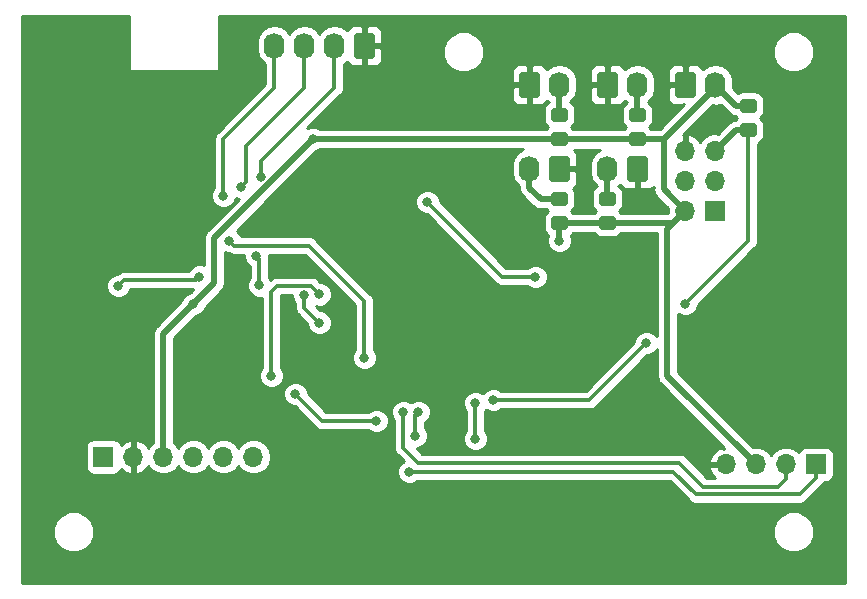
<source format=gbl>
%TF.GenerationSoftware,KiCad,Pcbnew,5.0.1*%
%TF.CreationDate,2019-01-10T15:10:37-06:00*%
%TF.ProjectId,RDP-Environmental,5244502D456E7669726F6E6D656E7461,01*%
%TF.SameCoordinates,Original*%
%TF.FileFunction,Copper,L2,Bot,Signal*%
%TF.FilePolarity,Positive*%
%FSLAX46Y46*%
G04 Gerber Fmt 4.6, Leading zero omitted, Abs format (unit mm)*
G04 Created by KiCad (PCBNEW 5.0.1) date Thu 10 Jan 2019 03:10:37 PM CST*
%MOMM*%
%LPD*%
G01*
G04 APERTURE LIST*
%ADD10R,1.700000X1.700000*%
%ADD11O,1.700000X1.700000*%
%ADD12O,1.740000X2.200000*%
%ADD13C,0.100000*%
%ADD14C,1.740000*%
%ADD15C,1.150000*%
%ADD16C,0.800000*%
%ADD17C,0.300000*%
%ADD18C,0.500000*%
%ADD19C,0.254000*%
G04 APERTURE END LIST*
D10*
X30480000Y-59690000D03*
D11*
X33020000Y-59690000D03*
X35560000Y-59690000D03*
X38100000Y-59690000D03*
X40640000Y-59690000D03*
X43180000Y-59690000D03*
D10*
X90805000Y-60325000D03*
D11*
X88265000Y-60325000D03*
X85725000Y-60325000D03*
X83185000Y-60325000D03*
D12*
X69088000Y-28194000D03*
D13*
G36*
X67192505Y-27095204D02*
X67216773Y-27098804D01*
X67240572Y-27104765D01*
X67263671Y-27113030D01*
X67285850Y-27123520D01*
X67306893Y-27136132D01*
X67326599Y-27150747D01*
X67344777Y-27167223D01*
X67361253Y-27185401D01*
X67375868Y-27205107D01*
X67388480Y-27226150D01*
X67398970Y-27248329D01*
X67407235Y-27271428D01*
X67413196Y-27295227D01*
X67416796Y-27319495D01*
X67418000Y-27343999D01*
X67418000Y-29044001D01*
X67416796Y-29068505D01*
X67413196Y-29092773D01*
X67407235Y-29116572D01*
X67398970Y-29139671D01*
X67388480Y-29161850D01*
X67375868Y-29182893D01*
X67361253Y-29202599D01*
X67344777Y-29220777D01*
X67326599Y-29237253D01*
X67306893Y-29251868D01*
X67285850Y-29264480D01*
X67263671Y-29274970D01*
X67240572Y-29283235D01*
X67216773Y-29289196D01*
X67192505Y-29292796D01*
X67168001Y-29294000D01*
X65927999Y-29294000D01*
X65903495Y-29292796D01*
X65879227Y-29289196D01*
X65855428Y-29283235D01*
X65832329Y-29274970D01*
X65810150Y-29264480D01*
X65789107Y-29251868D01*
X65769401Y-29237253D01*
X65751223Y-29220777D01*
X65734747Y-29202599D01*
X65720132Y-29182893D01*
X65707520Y-29161850D01*
X65697030Y-29139671D01*
X65688765Y-29116572D01*
X65682804Y-29092773D01*
X65679204Y-29068505D01*
X65678000Y-29044001D01*
X65678000Y-27343999D01*
X65679204Y-27319495D01*
X65682804Y-27295227D01*
X65688765Y-27271428D01*
X65697030Y-27248329D01*
X65707520Y-27226150D01*
X65720132Y-27205107D01*
X65734747Y-27185401D01*
X65751223Y-27167223D01*
X65769401Y-27150747D01*
X65789107Y-27136132D01*
X65810150Y-27123520D01*
X65832329Y-27113030D01*
X65855428Y-27104765D01*
X65879227Y-27098804D01*
X65903495Y-27095204D01*
X65927999Y-27094000D01*
X67168001Y-27094000D01*
X67192505Y-27095204D01*
X67192505Y-27095204D01*
G37*
D14*
X66548000Y-28194000D03*
D13*
G36*
X73796505Y-27095204D02*
X73820773Y-27098804D01*
X73844572Y-27104765D01*
X73867671Y-27113030D01*
X73889850Y-27123520D01*
X73910893Y-27136132D01*
X73930599Y-27150747D01*
X73948777Y-27167223D01*
X73965253Y-27185401D01*
X73979868Y-27205107D01*
X73992480Y-27226150D01*
X74002970Y-27248329D01*
X74011235Y-27271428D01*
X74017196Y-27295227D01*
X74020796Y-27319495D01*
X74022000Y-27343999D01*
X74022000Y-29044001D01*
X74020796Y-29068505D01*
X74017196Y-29092773D01*
X74011235Y-29116572D01*
X74002970Y-29139671D01*
X73992480Y-29161850D01*
X73979868Y-29182893D01*
X73965253Y-29202599D01*
X73948777Y-29220777D01*
X73930599Y-29237253D01*
X73910893Y-29251868D01*
X73889850Y-29264480D01*
X73867671Y-29274970D01*
X73844572Y-29283235D01*
X73820773Y-29289196D01*
X73796505Y-29292796D01*
X73772001Y-29294000D01*
X72531999Y-29294000D01*
X72507495Y-29292796D01*
X72483227Y-29289196D01*
X72459428Y-29283235D01*
X72436329Y-29274970D01*
X72414150Y-29264480D01*
X72393107Y-29251868D01*
X72373401Y-29237253D01*
X72355223Y-29220777D01*
X72338747Y-29202599D01*
X72324132Y-29182893D01*
X72311520Y-29161850D01*
X72301030Y-29139671D01*
X72292765Y-29116572D01*
X72286804Y-29092773D01*
X72283204Y-29068505D01*
X72282000Y-29044001D01*
X72282000Y-27343999D01*
X72283204Y-27319495D01*
X72286804Y-27295227D01*
X72292765Y-27271428D01*
X72301030Y-27248329D01*
X72311520Y-27226150D01*
X72324132Y-27205107D01*
X72338747Y-27185401D01*
X72355223Y-27167223D01*
X72373401Y-27150747D01*
X72393107Y-27136132D01*
X72414150Y-27123520D01*
X72436329Y-27113030D01*
X72459428Y-27104765D01*
X72483227Y-27098804D01*
X72507495Y-27095204D01*
X72531999Y-27094000D01*
X73772001Y-27094000D01*
X73796505Y-27095204D01*
X73796505Y-27095204D01*
G37*
D14*
X73152000Y-28194000D03*
D12*
X75692000Y-28194000D03*
X66548000Y-35306000D03*
D13*
G36*
X69732505Y-34207204D02*
X69756773Y-34210804D01*
X69780572Y-34216765D01*
X69803671Y-34225030D01*
X69825850Y-34235520D01*
X69846893Y-34248132D01*
X69866599Y-34262747D01*
X69884777Y-34279223D01*
X69901253Y-34297401D01*
X69915868Y-34317107D01*
X69928480Y-34338150D01*
X69938970Y-34360329D01*
X69947235Y-34383428D01*
X69953196Y-34407227D01*
X69956796Y-34431495D01*
X69958000Y-34455999D01*
X69958000Y-36156001D01*
X69956796Y-36180505D01*
X69953196Y-36204773D01*
X69947235Y-36228572D01*
X69938970Y-36251671D01*
X69928480Y-36273850D01*
X69915868Y-36294893D01*
X69901253Y-36314599D01*
X69884777Y-36332777D01*
X69866599Y-36349253D01*
X69846893Y-36363868D01*
X69825850Y-36376480D01*
X69803671Y-36386970D01*
X69780572Y-36395235D01*
X69756773Y-36401196D01*
X69732505Y-36404796D01*
X69708001Y-36406000D01*
X68467999Y-36406000D01*
X68443495Y-36404796D01*
X68419227Y-36401196D01*
X68395428Y-36395235D01*
X68372329Y-36386970D01*
X68350150Y-36376480D01*
X68329107Y-36363868D01*
X68309401Y-36349253D01*
X68291223Y-36332777D01*
X68274747Y-36314599D01*
X68260132Y-36294893D01*
X68247520Y-36273850D01*
X68237030Y-36251671D01*
X68228765Y-36228572D01*
X68222804Y-36204773D01*
X68219204Y-36180505D01*
X68218000Y-36156001D01*
X68218000Y-34455999D01*
X68219204Y-34431495D01*
X68222804Y-34407227D01*
X68228765Y-34383428D01*
X68237030Y-34360329D01*
X68247520Y-34338150D01*
X68260132Y-34317107D01*
X68274747Y-34297401D01*
X68291223Y-34279223D01*
X68309401Y-34262747D01*
X68329107Y-34248132D01*
X68350150Y-34235520D01*
X68372329Y-34225030D01*
X68395428Y-34216765D01*
X68419227Y-34210804D01*
X68443495Y-34207204D01*
X68467999Y-34206000D01*
X69708001Y-34206000D01*
X69732505Y-34207204D01*
X69732505Y-34207204D01*
G37*
D14*
X69088000Y-35306000D03*
D13*
G36*
X76336505Y-34207204D02*
X76360773Y-34210804D01*
X76384572Y-34216765D01*
X76407671Y-34225030D01*
X76429850Y-34235520D01*
X76450893Y-34248132D01*
X76470599Y-34262747D01*
X76488777Y-34279223D01*
X76505253Y-34297401D01*
X76519868Y-34317107D01*
X76532480Y-34338150D01*
X76542970Y-34360329D01*
X76551235Y-34383428D01*
X76557196Y-34407227D01*
X76560796Y-34431495D01*
X76562000Y-34455999D01*
X76562000Y-36156001D01*
X76560796Y-36180505D01*
X76557196Y-36204773D01*
X76551235Y-36228572D01*
X76542970Y-36251671D01*
X76532480Y-36273850D01*
X76519868Y-36294893D01*
X76505253Y-36314599D01*
X76488777Y-36332777D01*
X76470599Y-36349253D01*
X76450893Y-36363868D01*
X76429850Y-36376480D01*
X76407671Y-36386970D01*
X76384572Y-36395235D01*
X76360773Y-36401196D01*
X76336505Y-36404796D01*
X76312001Y-36406000D01*
X75071999Y-36406000D01*
X75047495Y-36404796D01*
X75023227Y-36401196D01*
X74999428Y-36395235D01*
X74976329Y-36386970D01*
X74954150Y-36376480D01*
X74933107Y-36363868D01*
X74913401Y-36349253D01*
X74895223Y-36332777D01*
X74878747Y-36314599D01*
X74864132Y-36294893D01*
X74851520Y-36273850D01*
X74841030Y-36251671D01*
X74832765Y-36228572D01*
X74826804Y-36204773D01*
X74823204Y-36180505D01*
X74822000Y-36156001D01*
X74822000Y-34455999D01*
X74823204Y-34431495D01*
X74826804Y-34407227D01*
X74832765Y-34383428D01*
X74841030Y-34360329D01*
X74851520Y-34338150D01*
X74864132Y-34317107D01*
X74878747Y-34297401D01*
X74895223Y-34279223D01*
X74913401Y-34262747D01*
X74933107Y-34248132D01*
X74954150Y-34235520D01*
X74976329Y-34225030D01*
X74999428Y-34216765D01*
X75023227Y-34210804D01*
X75047495Y-34207204D01*
X75071999Y-34206000D01*
X76312001Y-34206000D01*
X76336505Y-34207204D01*
X76336505Y-34207204D01*
G37*
D14*
X75692000Y-35306000D03*
D12*
X73152000Y-35306000D03*
D13*
G36*
X80400505Y-27095204D02*
X80424773Y-27098804D01*
X80448572Y-27104765D01*
X80471671Y-27113030D01*
X80493850Y-27123520D01*
X80514893Y-27136132D01*
X80534599Y-27150747D01*
X80552777Y-27167223D01*
X80569253Y-27185401D01*
X80583868Y-27205107D01*
X80596480Y-27226150D01*
X80606970Y-27248329D01*
X80615235Y-27271428D01*
X80621196Y-27295227D01*
X80624796Y-27319495D01*
X80626000Y-27343999D01*
X80626000Y-29044001D01*
X80624796Y-29068505D01*
X80621196Y-29092773D01*
X80615235Y-29116572D01*
X80606970Y-29139671D01*
X80596480Y-29161850D01*
X80583868Y-29182893D01*
X80569253Y-29202599D01*
X80552777Y-29220777D01*
X80534599Y-29237253D01*
X80514893Y-29251868D01*
X80493850Y-29264480D01*
X80471671Y-29274970D01*
X80448572Y-29283235D01*
X80424773Y-29289196D01*
X80400505Y-29292796D01*
X80376001Y-29294000D01*
X79135999Y-29294000D01*
X79111495Y-29292796D01*
X79087227Y-29289196D01*
X79063428Y-29283235D01*
X79040329Y-29274970D01*
X79018150Y-29264480D01*
X78997107Y-29251868D01*
X78977401Y-29237253D01*
X78959223Y-29220777D01*
X78942747Y-29202599D01*
X78928132Y-29182893D01*
X78915520Y-29161850D01*
X78905030Y-29139671D01*
X78896765Y-29116572D01*
X78890804Y-29092773D01*
X78887204Y-29068505D01*
X78886000Y-29044001D01*
X78886000Y-27343999D01*
X78887204Y-27319495D01*
X78890804Y-27295227D01*
X78896765Y-27271428D01*
X78905030Y-27248329D01*
X78915520Y-27226150D01*
X78928132Y-27205107D01*
X78942747Y-27185401D01*
X78959223Y-27167223D01*
X78977401Y-27150747D01*
X78997107Y-27136132D01*
X79018150Y-27123520D01*
X79040329Y-27113030D01*
X79063428Y-27104765D01*
X79087227Y-27098804D01*
X79111495Y-27095204D01*
X79135999Y-27094000D01*
X80376001Y-27094000D01*
X80400505Y-27095204D01*
X80400505Y-27095204D01*
G37*
D14*
X79756000Y-28194000D03*
D12*
X82296000Y-28194000D03*
D10*
X82296000Y-38862000D03*
D11*
X79756000Y-38862000D03*
X82296000Y-36322000D03*
X79756000Y-36322000D03*
X82296000Y-33782000D03*
X79756000Y-33782000D03*
D13*
G36*
X69562505Y-30151204D02*
X69586773Y-30154804D01*
X69610572Y-30160765D01*
X69633671Y-30169030D01*
X69655850Y-30179520D01*
X69676893Y-30192132D01*
X69696599Y-30206747D01*
X69714777Y-30223223D01*
X69731253Y-30241401D01*
X69745868Y-30261107D01*
X69758480Y-30282150D01*
X69768970Y-30304329D01*
X69777235Y-30327428D01*
X69783196Y-30351227D01*
X69786796Y-30375495D01*
X69788000Y-30399999D01*
X69788000Y-31050001D01*
X69786796Y-31074505D01*
X69783196Y-31098773D01*
X69777235Y-31122572D01*
X69768970Y-31145671D01*
X69758480Y-31167850D01*
X69745868Y-31188893D01*
X69731253Y-31208599D01*
X69714777Y-31226777D01*
X69696599Y-31243253D01*
X69676893Y-31257868D01*
X69655850Y-31270480D01*
X69633671Y-31280970D01*
X69610572Y-31289235D01*
X69586773Y-31295196D01*
X69562505Y-31298796D01*
X69538001Y-31300000D01*
X68637999Y-31300000D01*
X68613495Y-31298796D01*
X68589227Y-31295196D01*
X68565428Y-31289235D01*
X68542329Y-31280970D01*
X68520150Y-31270480D01*
X68499107Y-31257868D01*
X68479401Y-31243253D01*
X68461223Y-31226777D01*
X68444747Y-31208599D01*
X68430132Y-31188893D01*
X68417520Y-31167850D01*
X68407030Y-31145671D01*
X68398765Y-31122572D01*
X68392804Y-31098773D01*
X68389204Y-31074505D01*
X68388000Y-31050001D01*
X68388000Y-30399999D01*
X68389204Y-30375495D01*
X68392804Y-30351227D01*
X68398765Y-30327428D01*
X68407030Y-30304329D01*
X68417520Y-30282150D01*
X68430132Y-30261107D01*
X68444747Y-30241401D01*
X68461223Y-30223223D01*
X68479401Y-30206747D01*
X68499107Y-30192132D01*
X68520150Y-30179520D01*
X68542329Y-30169030D01*
X68565428Y-30160765D01*
X68589227Y-30154804D01*
X68613495Y-30151204D01*
X68637999Y-30150000D01*
X69538001Y-30150000D01*
X69562505Y-30151204D01*
X69562505Y-30151204D01*
G37*
D15*
X69088000Y-30725000D03*
D13*
G36*
X69562505Y-32201204D02*
X69586773Y-32204804D01*
X69610572Y-32210765D01*
X69633671Y-32219030D01*
X69655850Y-32229520D01*
X69676893Y-32242132D01*
X69696599Y-32256747D01*
X69714777Y-32273223D01*
X69731253Y-32291401D01*
X69745868Y-32311107D01*
X69758480Y-32332150D01*
X69768970Y-32354329D01*
X69777235Y-32377428D01*
X69783196Y-32401227D01*
X69786796Y-32425495D01*
X69788000Y-32449999D01*
X69788000Y-33100001D01*
X69786796Y-33124505D01*
X69783196Y-33148773D01*
X69777235Y-33172572D01*
X69768970Y-33195671D01*
X69758480Y-33217850D01*
X69745868Y-33238893D01*
X69731253Y-33258599D01*
X69714777Y-33276777D01*
X69696599Y-33293253D01*
X69676893Y-33307868D01*
X69655850Y-33320480D01*
X69633671Y-33330970D01*
X69610572Y-33339235D01*
X69586773Y-33345196D01*
X69562505Y-33348796D01*
X69538001Y-33350000D01*
X68637999Y-33350000D01*
X68613495Y-33348796D01*
X68589227Y-33345196D01*
X68565428Y-33339235D01*
X68542329Y-33330970D01*
X68520150Y-33320480D01*
X68499107Y-33307868D01*
X68479401Y-33293253D01*
X68461223Y-33276777D01*
X68444747Y-33258599D01*
X68430132Y-33238893D01*
X68417520Y-33217850D01*
X68407030Y-33195671D01*
X68398765Y-33172572D01*
X68392804Y-33148773D01*
X68389204Y-33124505D01*
X68388000Y-33100001D01*
X68388000Y-32449999D01*
X68389204Y-32425495D01*
X68392804Y-32401227D01*
X68398765Y-32377428D01*
X68407030Y-32354329D01*
X68417520Y-32332150D01*
X68430132Y-32311107D01*
X68444747Y-32291401D01*
X68461223Y-32273223D01*
X68479401Y-32256747D01*
X68499107Y-32242132D01*
X68520150Y-32229520D01*
X68542329Y-32219030D01*
X68565428Y-32210765D01*
X68589227Y-32204804D01*
X68613495Y-32201204D01*
X68637999Y-32200000D01*
X69538001Y-32200000D01*
X69562505Y-32201204D01*
X69562505Y-32201204D01*
G37*
D15*
X69088000Y-32775000D03*
D13*
G36*
X76166505Y-32210204D02*
X76190773Y-32213804D01*
X76214572Y-32219765D01*
X76237671Y-32228030D01*
X76259850Y-32238520D01*
X76280893Y-32251132D01*
X76300599Y-32265747D01*
X76318777Y-32282223D01*
X76335253Y-32300401D01*
X76349868Y-32320107D01*
X76362480Y-32341150D01*
X76372970Y-32363329D01*
X76381235Y-32386428D01*
X76387196Y-32410227D01*
X76390796Y-32434495D01*
X76392000Y-32458999D01*
X76392000Y-33109001D01*
X76390796Y-33133505D01*
X76387196Y-33157773D01*
X76381235Y-33181572D01*
X76372970Y-33204671D01*
X76362480Y-33226850D01*
X76349868Y-33247893D01*
X76335253Y-33267599D01*
X76318777Y-33285777D01*
X76300599Y-33302253D01*
X76280893Y-33316868D01*
X76259850Y-33329480D01*
X76237671Y-33339970D01*
X76214572Y-33348235D01*
X76190773Y-33354196D01*
X76166505Y-33357796D01*
X76142001Y-33359000D01*
X75241999Y-33359000D01*
X75217495Y-33357796D01*
X75193227Y-33354196D01*
X75169428Y-33348235D01*
X75146329Y-33339970D01*
X75124150Y-33329480D01*
X75103107Y-33316868D01*
X75083401Y-33302253D01*
X75065223Y-33285777D01*
X75048747Y-33267599D01*
X75034132Y-33247893D01*
X75021520Y-33226850D01*
X75011030Y-33204671D01*
X75002765Y-33181572D01*
X74996804Y-33157773D01*
X74993204Y-33133505D01*
X74992000Y-33109001D01*
X74992000Y-32458999D01*
X74993204Y-32434495D01*
X74996804Y-32410227D01*
X75002765Y-32386428D01*
X75011030Y-32363329D01*
X75021520Y-32341150D01*
X75034132Y-32320107D01*
X75048747Y-32300401D01*
X75065223Y-32282223D01*
X75083401Y-32265747D01*
X75103107Y-32251132D01*
X75124150Y-32238520D01*
X75146329Y-32228030D01*
X75169428Y-32219765D01*
X75193227Y-32213804D01*
X75217495Y-32210204D01*
X75241999Y-32209000D01*
X76142001Y-32209000D01*
X76166505Y-32210204D01*
X76166505Y-32210204D01*
G37*
D15*
X75692000Y-32784000D03*
D13*
G36*
X76166910Y-30160202D02*
X76191135Y-30163795D01*
X76214891Y-30169746D01*
X76237949Y-30177996D01*
X76260087Y-30188467D01*
X76281093Y-30201057D01*
X76300763Y-30215645D01*
X76318908Y-30232092D01*
X76335355Y-30250237D01*
X76349943Y-30269907D01*
X76362533Y-30290913D01*
X76373004Y-30313051D01*
X76381254Y-30336109D01*
X76387205Y-30359865D01*
X76390798Y-30384090D01*
X76392000Y-30408550D01*
X76392000Y-31059450D01*
X76390798Y-31083910D01*
X76387205Y-31108135D01*
X76381254Y-31131891D01*
X76373004Y-31154949D01*
X76362533Y-31177087D01*
X76349943Y-31198093D01*
X76335355Y-31217763D01*
X76318908Y-31235908D01*
X76300763Y-31252355D01*
X76281093Y-31266943D01*
X76260087Y-31279533D01*
X76237949Y-31290004D01*
X76214891Y-31298254D01*
X76191135Y-31304205D01*
X76166910Y-31307798D01*
X76142450Y-31309000D01*
X75241550Y-31309000D01*
X75217090Y-31307798D01*
X75192865Y-31304205D01*
X75169109Y-31298254D01*
X75146051Y-31290004D01*
X75123913Y-31279533D01*
X75102907Y-31266943D01*
X75083237Y-31252355D01*
X75065092Y-31235908D01*
X75048645Y-31217763D01*
X75034057Y-31198093D01*
X75021467Y-31177087D01*
X75010996Y-31154949D01*
X75002746Y-31131891D01*
X74996795Y-31108135D01*
X74993202Y-31083910D01*
X74992000Y-31059450D01*
X74992000Y-30408550D01*
X74993202Y-30384090D01*
X74996795Y-30359865D01*
X75002746Y-30336109D01*
X75010996Y-30313051D01*
X75021467Y-30290913D01*
X75034057Y-30269907D01*
X75048645Y-30250237D01*
X75065092Y-30232092D01*
X75083237Y-30215645D01*
X75102907Y-30201057D01*
X75123913Y-30188467D01*
X75146051Y-30177996D01*
X75169109Y-30169746D01*
X75192865Y-30163795D01*
X75217090Y-30160202D01*
X75241550Y-30159000D01*
X76142450Y-30159000D01*
X76166910Y-30160202D01*
X76166910Y-30160202D01*
G37*
D15*
X75692000Y-30734000D03*
D13*
G36*
X69562505Y-37272204D02*
X69586773Y-37275804D01*
X69610572Y-37281765D01*
X69633671Y-37290030D01*
X69655850Y-37300520D01*
X69676893Y-37313132D01*
X69696599Y-37327747D01*
X69714777Y-37344223D01*
X69731253Y-37362401D01*
X69745868Y-37382107D01*
X69758480Y-37403150D01*
X69768970Y-37425329D01*
X69777235Y-37448428D01*
X69783196Y-37472227D01*
X69786796Y-37496495D01*
X69788000Y-37520999D01*
X69788000Y-38171001D01*
X69786796Y-38195505D01*
X69783196Y-38219773D01*
X69777235Y-38243572D01*
X69768970Y-38266671D01*
X69758480Y-38288850D01*
X69745868Y-38309893D01*
X69731253Y-38329599D01*
X69714777Y-38347777D01*
X69696599Y-38364253D01*
X69676893Y-38378868D01*
X69655850Y-38391480D01*
X69633671Y-38401970D01*
X69610572Y-38410235D01*
X69586773Y-38416196D01*
X69562505Y-38419796D01*
X69538001Y-38421000D01*
X68637999Y-38421000D01*
X68613495Y-38419796D01*
X68589227Y-38416196D01*
X68565428Y-38410235D01*
X68542329Y-38401970D01*
X68520150Y-38391480D01*
X68499107Y-38378868D01*
X68479401Y-38364253D01*
X68461223Y-38347777D01*
X68444747Y-38329599D01*
X68430132Y-38309893D01*
X68417520Y-38288850D01*
X68407030Y-38266671D01*
X68398765Y-38243572D01*
X68392804Y-38219773D01*
X68389204Y-38195505D01*
X68388000Y-38171001D01*
X68388000Y-37520999D01*
X68389204Y-37496495D01*
X68392804Y-37472227D01*
X68398765Y-37448428D01*
X68407030Y-37425329D01*
X68417520Y-37403150D01*
X68430132Y-37382107D01*
X68444747Y-37362401D01*
X68461223Y-37344223D01*
X68479401Y-37327747D01*
X68499107Y-37313132D01*
X68520150Y-37300520D01*
X68542329Y-37290030D01*
X68565428Y-37281765D01*
X68589227Y-37275804D01*
X68613495Y-37272204D01*
X68637999Y-37271000D01*
X69538001Y-37271000D01*
X69562505Y-37272204D01*
X69562505Y-37272204D01*
G37*
D15*
X69088000Y-37846000D03*
D13*
G36*
X69562505Y-39322204D02*
X69586773Y-39325804D01*
X69610572Y-39331765D01*
X69633671Y-39340030D01*
X69655850Y-39350520D01*
X69676893Y-39363132D01*
X69696599Y-39377747D01*
X69714777Y-39394223D01*
X69731253Y-39412401D01*
X69745868Y-39432107D01*
X69758480Y-39453150D01*
X69768970Y-39475329D01*
X69777235Y-39498428D01*
X69783196Y-39522227D01*
X69786796Y-39546495D01*
X69788000Y-39570999D01*
X69788000Y-40221001D01*
X69786796Y-40245505D01*
X69783196Y-40269773D01*
X69777235Y-40293572D01*
X69768970Y-40316671D01*
X69758480Y-40338850D01*
X69745868Y-40359893D01*
X69731253Y-40379599D01*
X69714777Y-40397777D01*
X69696599Y-40414253D01*
X69676893Y-40428868D01*
X69655850Y-40441480D01*
X69633671Y-40451970D01*
X69610572Y-40460235D01*
X69586773Y-40466196D01*
X69562505Y-40469796D01*
X69538001Y-40471000D01*
X68637999Y-40471000D01*
X68613495Y-40469796D01*
X68589227Y-40466196D01*
X68565428Y-40460235D01*
X68542329Y-40451970D01*
X68520150Y-40441480D01*
X68499107Y-40428868D01*
X68479401Y-40414253D01*
X68461223Y-40397777D01*
X68444747Y-40379599D01*
X68430132Y-40359893D01*
X68417520Y-40338850D01*
X68407030Y-40316671D01*
X68398765Y-40293572D01*
X68392804Y-40269773D01*
X68389204Y-40245505D01*
X68388000Y-40221001D01*
X68388000Y-39570999D01*
X68389204Y-39546495D01*
X68392804Y-39522227D01*
X68398765Y-39498428D01*
X68407030Y-39475329D01*
X68417520Y-39453150D01*
X68430132Y-39432107D01*
X68444747Y-39412401D01*
X68461223Y-39394223D01*
X68479401Y-39377747D01*
X68499107Y-39363132D01*
X68520150Y-39350520D01*
X68542329Y-39340030D01*
X68565428Y-39331765D01*
X68589227Y-39325804D01*
X68613495Y-39322204D01*
X68637999Y-39321000D01*
X69538001Y-39321000D01*
X69562505Y-39322204D01*
X69562505Y-39322204D01*
G37*
D15*
X69088000Y-39896000D03*
D13*
G36*
X73626505Y-39313204D02*
X73650773Y-39316804D01*
X73674572Y-39322765D01*
X73697671Y-39331030D01*
X73719850Y-39341520D01*
X73740893Y-39354132D01*
X73760599Y-39368747D01*
X73778777Y-39385223D01*
X73795253Y-39403401D01*
X73809868Y-39423107D01*
X73822480Y-39444150D01*
X73832970Y-39466329D01*
X73841235Y-39489428D01*
X73847196Y-39513227D01*
X73850796Y-39537495D01*
X73852000Y-39561999D01*
X73852000Y-40212001D01*
X73850796Y-40236505D01*
X73847196Y-40260773D01*
X73841235Y-40284572D01*
X73832970Y-40307671D01*
X73822480Y-40329850D01*
X73809868Y-40350893D01*
X73795253Y-40370599D01*
X73778777Y-40388777D01*
X73760599Y-40405253D01*
X73740893Y-40419868D01*
X73719850Y-40432480D01*
X73697671Y-40442970D01*
X73674572Y-40451235D01*
X73650773Y-40457196D01*
X73626505Y-40460796D01*
X73602001Y-40462000D01*
X72701999Y-40462000D01*
X72677495Y-40460796D01*
X72653227Y-40457196D01*
X72629428Y-40451235D01*
X72606329Y-40442970D01*
X72584150Y-40432480D01*
X72563107Y-40419868D01*
X72543401Y-40405253D01*
X72525223Y-40388777D01*
X72508747Y-40370599D01*
X72494132Y-40350893D01*
X72481520Y-40329850D01*
X72471030Y-40307671D01*
X72462765Y-40284572D01*
X72456804Y-40260773D01*
X72453204Y-40236505D01*
X72452000Y-40212001D01*
X72452000Y-39561999D01*
X72453204Y-39537495D01*
X72456804Y-39513227D01*
X72462765Y-39489428D01*
X72471030Y-39466329D01*
X72481520Y-39444150D01*
X72494132Y-39423107D01*
X72508747Y-39403401D01*
X72525223Y-39385223D01*
X72543401Y-39368747D01*
X72563107Y-39354132D01*
X72584150Y-39341520D01*
X72606329Y-39331030D01*
X72629428Y-39322765D01*
X72653227Y-39316804D01*
X72677495Y-39313204D01*
X72701999Y-39312000D01*
X73602001Y-39312000D01*
X73626505Y-39313204D01*
X73626505Y-39313204D01*
G37*
D15*
X73152000Y-39887000D03*
D13*
G36*
X73626505Y-37263204D02*
X73650773Y-37266804D01*
X73674572Y-37272765D01*
X73697671Y-37281030D01*
X73719850Y-37291520D01*
X73740893Y-37304132D01*
X73760599Y-37318747D01*
X73778777Y-37335223D01*
X73795253Y-37353401D01*
X73809868Y-37373107D01*
X73822480Y-37394150D01*
X73832970Y-37416329D01*
X73841235Y-37439428D01*
X73847196Y-37463227D01*
X73850796Y-37487495D01*
X73852000Y-37511999D01*
X73852000Y-38162001D01*
X73850796Y-38186505D01*
X73847196Y-38210773D01*
X73841235Y-38234572D01*
X73832970Y-38257671D01*
X73822480Y-38279850D01*
X73809868Y-38300893D01*
X73795253Y-38320599D01*
X73778777Y-38338777D01*
X73760599Y-38355253D01*
X73740893Y-38369868D01*
X73719850Y-38382480D01*
X73697671Y-38392970D01*
X73674572Y-38401235D01*
X73650773Y-38407196D01*
X73626505Y-38410796D01*
X73602001Y-38412000D01*
X72701999Y-38412000D01*
X72677495Y-38410796D01*
X72653227Y-38407196D01*
X72629428Y-38401235D01*
X72606329Y-38392970D01*
X72584150Y-38382480D01*
X72563107Y-38369868D01*
X72543401Y-38355253D01*
X72525223Y-38338777D01*
X72508747Y-38320599D01*
X72494132Y-38300893D01*
X72481520Y-38279850D01*
X72471030Y-38257671D01*
X72462765Y-38234572D01*
X72456804Y-38210773D01*
X72453204Y-38186505D01*
X72452000Y-38162001D01*
X72452000Y-37511999D01*
X72453204Y-37487495D01*
X72456804Y-37463227D01*
X72462765Y-37439428D01*
X72471030Y-37416329D01*
X72481520Y-37394150D01*
X72494132Y-37373107D01*
X72508747Y-37353401D01*
X72525223Y-37335223D01*
X72543401Y-37318747D01*
X72563107Y-37304132D01*
X72584150Y-37291520D01*
X72606329Y-37281030D01*
X72629428Y-37272765D01*
X72653227Y-37266804D01*
X72677495Y-37263204D01*
X72701999Y-37262000D01*
X73602001Y-37262000D01*
X73626505Y-37263204D01*
X73626505Y-37263204D01*
G37*
D15*
X73152000Y-37837000D03*
D13*
G36*
X85564505Y-31439204D02*
X85588773Y-31442804D01*
X85612572Y-31448765D01*
X85635671Y-31457030D01*
X85657850Y-31467520D01*
X85678893Y-31480132D01*
X85698599Y-31494747D01*
X85716777Y-31511223D01*
X85733253Y-31529401D01*
X85747868Y-31549107D01*
X85760480Y-31570150D01*
X85770970Y-31592329D01*
X85779235Y-31615428D01*
X85785196Y-31639227D01*
X85788796Y-31663495D01*
X85790000Y-31687999D01*
X85790000Y-32338001D01*
X85788796Y-32362505D01*
X85785196Y-32386773D01*
X85779235Y-32410572D01*
X85770970Y-32433671D01*
X85760480Y-32455850D01*
X85747868Y-32476893D01*
X85733253Y-32496599D01*
X85716777Y-32514777D01*
X85698599Y-32531253D01*
X85678893Y-32545868D01*
X85657850Y-32558480D01*
X85635671Y-32568970D01*
X85612572Y-32577235D01*
X85588773Y-32583196D01*
X85564505Y-32586796D01*
X85540001Y-32588000D01*
X84639999Y-32588000D01*
X84615495Y-32586796D01*
X84591227Y-32583196D01*
X84567428Y-32577235D01*
X84544329Y-32568970D01*
X84522150Y-32558480D01*
X84501107Y-32545868D01*
X84481401Y-32531253D01*
X84463223Y-32514777D01*
X84446747Y-32496599D01*
X84432132Y-32476893D01*
X84419520Y-32455850D01*
X84409030Y-32433671D01*
X84400765Y-32410572D01*
X84394804Y-32386773D01*
X84391204Y-32362505D01*
X84390000Y-32338001D01*
X84390000Y-31687999D01*
X84391204Y-31663495D01*
X84394804Y-31639227D01*
X84400765Y-31615428D01*
X84409030Y-31592329D01*
X84419520Y-31570150D01*
X84432132Y-31549107D01*
X84446747Y-31529401D01*
X84463223Y-31511223D01*
X84481401Y-31494747D01*
X84501107Y-31480132D01*
X84522150Y-31467520D01*
X84544329Y-31457030D01*
X84567428Y-31448765D01*
X84591227Y-31442804D01*
X84615495Y-31439204D01*
X84639999Y-31438000D01*
X85540001Y-31438000D01*
X85564505Y-31439204D01*
X85564505Y-31439204D01*
G37*
D15*
X85090000Y-32013000D03*
D13*
G36*
X85564505Y-29389204D02*
X85588773Y-29392804D01*
X85612572Y-29398765D01*
X85635671Y-29407030D01*
X85657850Y-29417520D01*
X85678893Y-29430132D01*
X85698599Y-29444747D01*
X85716777Y-29461223D01*
X85733253Y-29479401D01*
X85747868Y-29499107D01*
X85760480Y-29520150D01*
X85770970Y-29542329D01*
X85779235Y-29565428D01*
X85785196Y-29589227D01*
X85788796Y-29613495D01*
X85790000Y-29637999D01*
X85790000Y-30288001D01*
X85788796Y-30312505D01*
X85785196Y-30336773D01*
X85779235Y-30360572D01*
X85770970Y-30383671D01*
X85760480Y-30405850D01*
X85747868Y-30426893D01*
X85733253Y-30446599D01*
X85716777Y-30464777D01*
X85698599Y-30481253D01*
X85678893Y-30495868D01*
X85657850Y-30508480D01*
X85635671Y-30518970D01*
X85612572Y-30527235D01*
X85588773Y-30533196D01*
X85564505Y-30536796D01*
X85540001Y-30538000D01*
X84639999Y-30538000D01*
X84615495Y-30536796D01*
X84591227Y-30533196D01*
X84567428Y-30527235D01*
X84544329Y-30518970D01*
X84522150Y-30508480D01*
X84501107Y-30495868D01*
X84481401Y-30481253D01*
X84463223Y-30464777D01*
X84446747Y-30446599D01*
X84432132Y-30426893D01*
X84419520Y-30405850D01*
X84409030Y-30383671D01*
X84400765Y-30360572D01*
X84394804Y-30336773D01*
X84391204Y-30312505D01*
X84390000Y-30288001D01*
X84390000Y-29637999D01*
X84391204Y-29613495D01*
X84394804Y-29589227D01*
X84400765Y-29565428D01*
X84409030Y-29542329D01*
X84419520Y-29520150D01*
X84432132Y-29499107D01*
X84446747Y-29479401D01*
X84463223Y-29461223D01*
X84481401Y-29444747D01*
X84501107Y-29430132D01*
X84522150Y-29417520D01*
X84544329Y-29407030D01*
X84567428Y-29398765D01*
X84591227Y-29392804D01*
X84615495Y-29389204D01*
X84639999Y-29388000D01*
X85540001Y-29388000D01*
X85564505Y-29389204D01*
X85564505Y-29389204D01*
G37*
D15*
X85090000Y-29963000D03*
D13*
G36*
X53222505Y-23793204D02*
X53246773Y-23796804D01*
X53270572Y-23802765D01*
X53293671Y-23811030D01*
X53315850Y-23821520D01*
X53336893Y-23834132D01*
X53356599Y-23848747D01*
X53374777Y-23865223D01*
X53391253Y-23883401D01*
X53405868Y-23903107D01*
X53418480Y-23924150D01*
X53428970Y-23946329D01*
X53437235Y-23969428D01*
X53443196Y-23993227D01*
X53446796Y-24017495D01*
X53448000Y-24041999D01*
X53448000Y-25742001D01*
X53446796Y-25766505D01*
X53443196Y-25790773D01*
X53437235Y-25814572D01*
X53428970Y-25837671D01*
X53418480Y-25859850D01*
X53405868Y-25880893D01*
X53391253Y-25900599D01*
X53374777Y-25918777D01*
X53356599Y-25935253D01*
X53336893Y-25949868D01*
X53315850Y-25962480D01*
X53293671Y-25972970D01*
X53270572Y-25981235D01*
X53246773Y-25987196D01*
X53222505Y-25990796D01*
X53198001Y-25992000D01*
X51957999Y-25992000D01*
X51933495Y-25990796D01*
X51909227Y-25987196D01*
X51885428Y-25981235D01*
X51862329Y-25972970D01*
X51840150Y-25962480D01*
X51819107Y-25949868D01*
X51799401Y-25935253D01*
X51781223Y-25918777D01*
X51764747Y-25900599D01*
X51750132Y-25880893D01*
X51737520Y-25859850D01*
X51727030Y-25837671D01*
X51718765Y-25814572D01*
X51712804Y-25790773D01*
X51709204Y-25766505D01*
X51708000Y-25742001D01*
X51708000Y-24041999D01*
X51709204Y-24017495D01*
X51712804Y-23993227D01*
X51718765Y-23969428D01*
X51727030Y-23946329D01*
X51737520Y-23924150D01*
X51750132Y-23903107D01*
X51764747Y-23883401D01*
X51781223Y-23865223D01*
X51799401Y-23848747D01*
X51819107Y-23834132D01*
X51840150Y-23821520D01*
X51862329Y-23811030D01*
X51885428Y-23802765D01*
X51909227Y-23796804D01*
X51933495Y-23793204D01*
X51957999Y-23792000D01*
X53198001Y-23792000D01*
X53222505Y-23793204D01*
X53222505Y-23793204D01*
G37*
D14*
X52578000Y-24892000D03*
D12*
X50038000Y-24892000D03*
X47498000Y-24892000D03*
X44958000Y-24892000D03*
D16*
X56134000Y-48260000D03*
X41656000Y-43434000D03*
X53594000Y-56642000D03*
X46736000Y-54356000D03*
X67056000Y-44450000D03*
X57912000Y-38100000D03*
X38100000Y-46736000D03*
X69088000Y-41402000D03*
X48251000Y-32775000D03*
X31750000Y-45212000D03*
X38608000Y-44424000D03*
X43848959Y-35974959D03*
X42164000Y-36830000D03*
X43688000Y-45174000D03*
X43434000Y-42672000D03*
X52578000Y-51308000D03*
X41148000Y-41402000D03*
X40640000Y-37592000D03*
X56388000Y-60960000D03*
X56896000Y-57912000D03*
X57150000Y-55880000D03*
X55880000Y-55880000D03*
X61976000Y-58166000D03*
X61976000Y-55118000D03*
X79756000Y-46736000D03*
X76454000Y-50038000D03*
X63500000Y-54864000D03*
X47498000Y-45974000D03*
X48768000Y-48324000D03*
X44704000Y-52832000D03*
X48768000Y-45924000D03*
D17*
X53594000Y-56642000D02*
X49022000Y-56642000D01*
X49022000Y-56642000D02*
X46736000Y-54356000D01*
X67056000Y-44450000D02*
X64262000Y-44450000D01*
X64262000Y-44450000D02*
X57912000Y-38100000D01*
D18*
X76492000Y-32784000D02*
X75692000Y-32784000D01*
X77936000Y-32784000D02*
X76492000Y-32784000D01*
X82296000Y-28424000D02*
X77936000Y-32784000D01*
X82296000Y-28194000D02*
X82296000Y-28424000D01*
X69097000Y-32784000D02*
X69088000Y-32775000D01*
X72898000Y-32784000D02*
X72626000Y-32784000D01*
X72898000Y-32784000D02*
X69097000Y-32784000D01*
X75692000Y-32784000D02*
X72898000Y-32784000D01*
X77936000Y-37042000D02*
X79756000Y-38862000D01*
X77936000Y-32784000D02*
X77936000Y-37042000D01*
X78731000Y-39887000D02*
X73152000Y-39887000D01*
X79756000Y-38862000D02*
X78731000Y-39887000D01*
X69097000Y-39887000D02*
X69088000Y-39896000D01*
X73152000Y-39887000D02*
X69097000Y-39887000D01*
X84065000Y-29963000D02*
X82296000Y-28194000D01*
X85090000Y-29963000D02*
X84065000Y-29963000D01*
X69088000Y-32775000D02*
X48251000Y-32775000D01*
X48251000Y-32775000D02*
X39878000Y-41148000D01*
X39878000Y-41148000D02*
X39878000Y-44958000D01*
X39878000Y-44958000D02*
X38100000Y-46736000D01*
X35560000Y-49276000D02*
X35560000Y-59690000D01*
X38100000Y-46736000D02*
X35560000Y-49276000D01*
X69088000Y-39896000D02*
X69088000Y-41402000D01*
X79756000Y-38862000D02*
X78232000Y-40386000D01*
X78232000Y-52832000D02*
X85725000Y-60325000D01*
X78232000Y-40386000D02*
X78232000Y-52832000D01*
D17*
X32258000Y-44704000D02*
X31750000Y-45212000D01*
X32258000Y-44704000D02*
X38328000Y-44704000D01*
X38328000Y-44704000D02*
X38608000Y-44424000D01*
X43848959Y-35974959D02*
X43848959Y-34637041D01*
X50038000Y-28448000D02*
X50038000Y-24892000D01*
X43848959Y-34637041D02*
X50038000Y-28448000D01*
X43688000Y-45174000D02*
X43688000Y-42926000D01*
X43688000Y-42926000D02*
X43434000Y-42672000D01*
X42563999Y-36430001D02*
X42563999Y-33382001D01*
X42164000Y-36830000D02*
X42563999Y-36430001D01*
X47498000Y-28448000D02*
X47498000Y-24892000D01*
X42563999Y-33382001D02*
X47498000Y-28448000D01*
X52578000Y-46482000D02*
X52578000Y-51308000D01*
X47897999Y-41801999D02*
X52578000Y-46482000D01*
X41547999Y-41801999D02*
X47897999Y-41801999D01*
X41148000Y-41402000D02*
X41547999Y-41801999D01*
X40640000Y-32766000D02*
X44958000Y-28448000D01*
X40640000Y-37592000D02*
X40640000Y-32766000D01*
X44958000Y-28448000D02*
X44958000Y-24892000D01*
X56896000Y-57912000D02*
X56896000Y-56134000D01*
X56896000Y-56134000D02*
X57150000Y-55880000D01*
X90805000Y-61475000D02*
X90805000Y-60325000D01*
X80645000Y-62865000D02*
X89415000Y-62865000D01*
X78740000Y-60960000D02*
X80645000Y-62865000D01*
X89415000Y-62865000D02*
X90805000Y-61475000D01*
X56388000Y-60960000D02*
X78740000Y-60960000D01*
X88265000Y-60325000D02*
X88265000Y-61527081D01*
X88265000Y-61527081D02*
X87562081Y-62230000D01*
X55880000Y-58928000D02*
X55880000Y-55880000D01*
X87562081Y-62230000D02*
X81280000Y-62230000D01*
X81280000Y-62230000D02*
X79248000Y-60198000D01*
X79248000Y-60198000D02*
X57150000Y-60198000D01*
X57150000Y-60198000D02*
X55880000Y-58928000D01*
D18*
X69088000Y-30725000D02*
X69088000Y-28194000D01*
X75692000Y-30734000D02*
X75692000Y-28194000D01*
X66548000Y-36906000D02*
X66548000Y-35306000D01*
X67488000Y-37846000D02*
X66548000Y-36906000D01*
X69088000Y-37846000D02*
X67488000Y-37846000D01*
X73152000Y-37837000D02*
X73152000Y-35306000D01*
D17*
X61976000Y-58166000D02*
X61976000Y-55118000D01*
D18*
X84065000Y-32013000D02*
X82296000Y-33782000D01*
X85090000Y-32013000D02*
X84065000Y-32013000D01*
D17*
X85090000Y-32013000D02*
X85090000Y-32688000D01*
X85090000Y-32688000D02*
X85090000Y-41402000D01*
X85090000Y-41402000D02*
X79756000Y-46736000D01*
X76454000Y-50038000D02*
X71628000Y-54864000D01*
X71628000Y-54864000D02*
X63500000Y-54864000D01*
X47498000Y-45974000D02*
X47498000Y-47054000D01*
X47498000Y-47054000D02*
X48768000Y-48324000D01*
X44704000Y-52832000D02*
X44704000Y-45720000D01*
X48067999Y-45223999D02*
X48768000Y-45924000D01*
X44704000Y-45720000D02*
X45200001Y-45223999D01*
X45200001Y-45223999D02*
X48067999Y-45223999D01*
D19*
G36*
X32639000Y-26924000D02*
X32648667Y-26972601D01*
X32676197Y-27013803D01*
X32717399Y-27041333D01*
X32766000Y-27051000D01*
X40132000Y-27051000D01*
X40180601Y-27041333D01*
X40221803Y-27013803D01*
X40249333Y-26972601D01*
X40259000Y-26924000D01*
X40259000Y-22325000D01*
X93245001Y-22325000D01*
X93245000Y-70385000D01*
X23595000Y-70385000D01*
X23595000Y-65694887D01*
X26205000Y-65694887D01*
X26205000Y-66385113D01*
X26469138Y-67022799D01*
X26957201Y-67510862D01*
X27594887Y-67775000D01*
X28285113Y-67775000D01*
X28922799Y-67510862D01*
X29410862Y-67022799D01*
X29675000Y-66385113D01*
X29675000Y-65694887D01*
X87165000Y-65694887D01*
X87165000Y-66385113D01*
X87429138Y-67022799D01*
X87917201Y-67510862D01*
X88554887Y-67775000D01*
X89245113Y-67775000D01*
X89882799Y-67510862D01*
X90370862Y-67022799D01*
X90635000Y-66385113D01*
X90635000Y-65694887D01*
X90370862Y-65057201D01*
X89882799Y-64569138D01*
X89245113Y-64305000D01*
X88554887Y-64305000D01*
X87917201Y-64569138D01*
X87429138Y-65057201D01*
X87165000Y-65694887D01*
X29675000Y-65694887D01*
X29410862Y-65057201D01*
X28922799Y-64569138D01*
X28285113Y-64305000D01*
X27594887Y-64305000D01*
X26957201Y-64569138D01*
X26469138Y-65057201D01*
X26205000Y-65694887D01*
X23595000Y-65694887D01*
X23595000Y-58840000D01*
X28982560Y-58840000D01*
X28982560Y-60540000D01*
X29031843Y-60787765D01*
X29172191Y-60997809D01*
X29382235Y-61138157D01*
X29630000Y-61187440D01*
X31330000Y-61187440D01*
X31577765Y-61138157D01*
X31787809Y-60997809D01*
X31928157Y-60787765D01*
X31948739Y-60684292D01*
X32253076Y-60961645D01*
X32663110Y-61131476D01*
X32893000Y-61010155D01*
X32893000Y-59817000D01*
X32873000Y-59817000D01*
X32873000Y-59563000D01*
X32893000Y-59563000D01*
X32893000Y-58369845D01*
X32663110Y-58248524D01*
X32253076Y-58418355D01*
X31948739Y-58695708D01*
X31928157Y-58592235D01*
X31787809Y-58382191D01*
X31577765Y-58241843D01*
X31330000Y-58192560D01*
X29630000Y-58192560D01*
X29382235Y-58241843D01*
X29172191Y-58382191D01*
X29031843Y-58592235D01*
X28982560Y-58840000D01*
X23595000Y-58840000D01*
X23595000Y-45006126D01*
X30715000Y-45006126D01*
X30715000Y-45417874D01*
X30872569Y-45798280D01*
X31163720Y-46089431D01*
X31544126Y-46247000D01*
X31955874Y-46247000D01*
X32336280Y-46089431D01*
X32627431Y-45798280D01*
X32755539Y-45489000D01*
X38095422Y-45489000D01*
X37875853Y-45708569D01*
X37513720Y-45858569D01*
X37222569Y-46149720D01*
X37072569Y-46511852D01*
X34995847Y-48588575D01*
X34921951Y-48637951D01*
X34726348Y-48930691D01*
X34675000Y-49188836D01*
X34675000Y-49188839D01*
X34657663Y-49276000D01*
X34675000Y-49363161D01*
X34675001Y-58495344D01*
X34489375Y-58619375D01*
X34276157Y-58938478D01*
X34215183Y-58808642D01*
X33786924Y-58418355D01*
X33376890Y-58248524D01*
X33147000Y-58369845D01*
X33147000Y-59563000D01*
X33167000Y-59563000D01*
X33167000Y-59817000D01*
X33147000Y-59817000D01*
X33147000Y-61010155D01*
X33376890Y-61131476D01*
X33786924Y-60961645D01*
X34215183Y-60571358D01*
X34276157Y-60441522D01*
X34489375Y-60760625D01*
X34980582Y-61088839D01*
X35413744Y-61175000D01*
X35706256Y-61175000D01*
X36139418Y-61088839D01*
X36630625Y-60760625D01*
X36830000Y-60462239D01*
X37029375Y-60760625D01*
X37520582Y-61088839D01*
X37953744Y-61175000D01*
X38246256Y-61175000D01*
X38679418Y-61088839D01*
X39170625Y-60760625D01*
X39370000Y-60462239D01*
X39569375Y-60760625D01*
X40060582Y-61088839D01*
X40493744Y-61175000D01*
X40786256Y-61175000D01*
X41219418Y-61088839D01*
X41710625Y-60760625D01*
X41910000Y-60462239D01*
X42109375Y-60760625D01*
X42600582Y-61088839D01*
X43033744Y-61175000D01*
X43326256Y-61175000D01*
X43759418Y-61088839D01*
X44250625Y-60760625D01*
X44578839Y-60269418D01*
X44694092Y-59690000D01*
X44578839Y-59110582D01*
X44250625Y-58619375D01*
X43759418Y-58291161D01*
X43326256Y-58205000D01*
X43033744Y-58205000D01*
X42600582Y-58291161D01*
X42109375Y-58619375D01*
X41910000Y-58917761D01*
X41710625Y-58619375D01*
X41219418Y-58291161D01*
X40786256Y-58205000D01*
X40493744Y-58205000D01*
X40060582Y-58291161D01*
X39569375Y-58619375D01*
X39370000Y-58917761D01*
X39170625Y-58619375D01*
X38679418Y-58291161D01*
X38246256Y-58205000D01*
X37953744Y-58205000D01*
X37520582Y-58291161D01*
X37029375Y-58619375D01*
X36830000Y-58917761D01*
X36630625Y-58619375D01*
X36445000Y-58495344D01*
X36445000Y-54150126D01*
X45701000Y-54150126D01*
X45701000Y-54561874D01*
X45858569Y-54942280D01*
X46149720Y-55233431D01*
X46530126Y-55391000D01*
X46660843Y-55391000D01*
X48412253Y-57142411D01*
X48456047Y-57207953D01*
X48521589Y-57251747D01*
X48521591Y-57251749D01*
X48596625Y-57301885D01*
X48715708Y-57381454D01*
X48944684Y-57427000D01*
X48944688Y-57427000D01*
X49021999Y-57442378D01*
X49099310Y-57427000D01*
X52915289Y-57427000D01*
X53007720Y-57519431D01*
X53388126Y-57677000D01*
X53799874Y-57677000D01*
X54180280Y-57519431D01*
X54471431Y-57228280D01*
X54629000Y-56847874D01*
X54629000Y-56436126D01*
X54471431Y-56055720D01*
X54180280Y-55764569D01*
X53799874Y-55607000D01*
X53388126Y-55607000D01*
X53007720Y-55764569D01*
X52915289Y-55857000D01*
X49347158Y-55857000D01*
X47771000Y-54280843D01*
X47771000Y-54150126D01*
X47613431Y-53769720D01*
X47322280Y-53478569D01*
X46941874Y-53321000D01*
X46530126Y-53321000D01*
X46149720Y-53478569D01*
X45858569Y-53769720D01*
X45701000Y-54150126D01*
X36445000Y-54150126D01*
X36445000Y-49642578D01*
X38324148Y-47763431D01*
X38686280Y-47613431D01*
X38977431Y-47322280D01*
X39127431Y-46960147D01*
X40442156Y-45645423D01*
X40516049Y-45596049D01*
X40587578Y-45489000D01*
X40711652Y-45303310D01*
X40722181Y-45250378D01*
X40763000Y-45045165D01*
X40763000Y-45045161D01*
X40780337Y-44958000D01*
X40763000Y-44870839D01*
X40763000Y-42362804D01*
X40942126Y-42437000D01*
X41085383Y-42437000D01*
X41241707Y-42541453D01*
X41470683Y-42586999D01*
X41470686Y-42586999D01*
X41547998Y-42602377D01*
X41625310Y-42586999D01*
X42399000Y-42586999D01*
X42399000Y-42877874D01*
X42556569Y-43258280D01*
X42847720Y-43549431D01*
X42903001Y-43572329D01*
X42903000Y-44495289D01*
X42810569Y-44587720D01*
X42653000Y-44968126D01*
X42653000Y-45379874D01*
X42810569Y-45760280D01*
X43101720Y-46051431D01*
X43482126Y-46209000D01*
X43893874Y-46209000D01*
X43919001Y-46198592D01*
X43919000Y-52153289D01*
X43826569Y-52245720D01*
X43669000Y-52626126D01*
X43669000Y-53037874D01*
X43826569Y-53418280D01*
X44117720Y-53709431D01*
X44498126Y-53867000D01*
X44909874Y-53867000D01*
X45290280Y-53709431D01*
X45581431Y-53418280D01*
X45739000Y-53037874D01*
X45739000Y-52626126D01*
X45581431Y-52245720D01*
X45489000Y-52153289D01*
X45489000Y-46045157D01*
X45525158Y-46008999D01*
X46463000Y-46008999D01*
X46463000Y-46179874D01*
X46620569Y-46560280D01*
X46713001Y-46652712D01*
X46713001Y-46976684D01*
X46697622Y-47054000D01*
X46758546Y-47360291D01*
X46888251Y-47554408D01*
X46888254Y-47554411D01*
X46932048Y-47619953D01*
X46997590Y-47663747D01*
X47733000Y-48399158D01*
X47733000Y-48529874D01*
X47890569Y-48910280D01*
X48181720Y-49201431D01*
X48562126Y-49359000D01*
X48973874Y-49359000D01*
X49354280Y-49201431D01*
X49645431Y-48910280D01*
X49803000Y-48529874D01*
X49803000Y-48118126D01*
X49645431Y-47737720D01*
X49354280Y-47446569D01*
X48973874Y-47289000D01*
X48843158Y-47289000D01*
X48478531Y-46924374D01*
X48562126Y-46959000D01*
X48973874Y-46959000D01*
X49354280Y-46801431D01*
X49645431Y-46510280D01*
X49803000Y-46129874D01*
X49803000Y-45718126D01*
X49645431Y-45337720D01*
X49354280Y-45046569D01*
X48973874Y-44889000D01*
X48843157Y-44889000D01*
X48677748Y-44723591D01*
X48633952Y-44658046D01*
X48374291Y-44484545D01*
X48145315Y-44438999D01*
X48145311Y-44438999D01*
X48067999Y-44423621D01*
X47990687Y-44438999D01*
X45277311Y-44438999D01*
X45200000Y-44423621D01*
X45122689Y-44438999D01*
X45122685Y-44438999D01*
X44893709Y-44484545D01*
X44634048Y-44658046D01*
X44609672Y-44694527D01*
X44565431Y-44587720D01*
X44473000Y-44495289D01*
X44473000Y-43003310D01*
X44488378Y-42925999D01*
X44473000Y-42848689D01*
X44473000Y-42848684D01*
X44469000Y-42828575D01*
X44469000Y-42586999D01*
X47572842Y-42586999D01*
X51793000Y-46807158D01*
X51793001Y-50629288D01*
X51700569Y-50721720D01*
X51543000Y-51102126D01*
X51543000Y-51513874D01*
X51700569Y-51894280D01*
X51991720Y-52185431D01*
X52372126Y-52343000D01*
X52783874Y-52343000D01*
X53164280Y-52185431D01*
X53455431Y-51894280D01*
X53613000Y-51513874D01*
X53613000Y-51102126D01*
X53455431Y-50721720D01*
X53363000Y-50629289D01*
X53363000Y-46559312D01*
X53378378Y-46482000D01*
X53363000Y-46404688D01*
X53363000Y-46404684D01*
X53317454Y-46175708D01*
X53259805Y-46089431D01*
X53187749Y-45981591D01*
X53187747Y-45981589D01*
X53143953Y-45916047D01*
X53078411Y-45872253D01*
X48507748Y-41301591D01*
X48463952Y-41236046D01*
X48204291Y-41062545D01*
X47975315Y-41016999D01*
X47975311Y-41016999D01*
X47897999Y-41001621D01*
X47820687Y-41016999D01*
X42108803Y-41016999D01*
X42025431Y-40815720D01*
X41743645Y-40533934D01*
X44383452Y-37894126D01*
X56877000Y-37894126D01*
X56877000Y-38305874D01*
X57034569Y-38686280D01*
X57325720Y-38977431D01*
X57706126Y-39135000D01*
X57836843Y-39135000D01*
X63652253Y-44950411D01*
X63696047Y-45015953D01*
X63761589Y-45059747D01*
X63761591Y-45059749D01*
X63902718Y-45154047D01*
X63955708Y-45189454D01*
X64184684Y-45235000D01*
X64184687Y-45235000D01*
X64261999Y-45250378D01*
X64339311Y-45235000D01*
X66377289Y-45235000D01*
X66469720Y-45327431D01*
X66850126Y-45485000D01*
X67261874Y-45485000D01*
X67642280Y-45327431D01*
X67933431Y-45036280D01*
X68091000Y-44655874D01*
X68091000Y-44244126D01*
X67933431Y-43863720D01*
X67642280Y-43572569D01*
X67261874Y-43415000D01*
X66850126Y-43415000D01*
X66469720Y-43572569D01*
X66377289Y-43665000D01*
X64587158Y-43665000D01*
X58947000Y-38024843D01*
X58947000Y-37894126D01*
X58789431Y-37513720D01*
X58498280Y-37222569D01*
X58117874Y-37065000D01*
X57706126Y-37065000D01*
X57325720Y-37222569D01*
X57034569Y-37513720D01*
X56877000Y-37894126D01*
X44383452Y-37894126D01*
X48475148Y-33802430D01*
X48819007Y-33660000D01*
X65958268Y-33660000D01*
X65462956Y-33990956D01*
X65130322Y-34488778D01*
X65043000Y-34927774D01*
X65043000Y-35684225D01*
X65130322Y-36123221D01*
X65462956Y-36621044D01*
X65663000Y-36754709D01*
X65663000Y-36818839D01*
X65645663Y-36906000D01*
X65663000Y-36993161D01*
X65663000Y-36993164D01*
X65714348Y-37251309D01*
X65909951Y-37544049D01*
X65983847Y-37593425D01*
X66800577Y-38410156D01*
X66849951Y-38484049D01*
X66923844Y-38533423D01*
X66923845Y-38533424D01*
X67063891Y-38627000D01*
X67142690Y-38679652D01*
X67400835Y-38731000D01*
X67400839Y-38731000D01*
X67488000Y-38748337D01*
X67575161Y-38731000D01*
X67953577Y-38731000D01*
X68003414Y-38805586D01*
X68101313Y-38871000D01*
X68003414Y-38936414D01*
X67808873Y-39227564D01*
X67740560Y-39570999D01*
X67740560Y-40221001D01*
X67808873Y-40564436D01*
X68003414Y-40855586D01*
X68152730Y-40955356D01*
X68053000Y-41196126D01*
X68053000Y-41607874D01*
X68210569Y-41988280D01*
X68501720Y-42279431D01*
X68882126Y-42437000D01*
X69293874Y-42437000D01*
X69674280Y-42279431D01*
X69965431Y-41988280D01*
X70123000Y-41607874D01*
X70123000Y-41196126D01*
X70023270Y-40955356D01*
X70172586Y-40855586D01*
X70228437Y-40772000D01*
X72017577Y-40772000D01*
X72067414Y-40846586D01*
X72358564Y-41041127D01*
X72701999Y-41109440D01*
X73602001Y-41109440D01*
X73945436Y-41041127D01*
X74236586Y-40846586D01*
X74286423Y-40772000D01*
X77347000Y-40772000D01*
X77347001Y-49489309D01*
X77331431Y-49451720D01*
X77040280Y-49160569D01*
X76659874Y-49003000D01*
X76248126Y-49003000D01*
X75867720Y-49160569D01*
X75576569Y-49451720D01*
X75419000Y-49832126D01*
X75419000Y-49962843D01*
X71302843Y-54079000D01*
X64178711Y-54079000D01*
X64086280Y-53986569D01*
X63705874Y-53829000D01*
X63294126Y-53829000D01*
X62913720Y-53986569D01*
X62622569Y-54277720D01*
X62615792Y-54294081D01*
X62562280Y-54240569D01*
X62181874Y-54083000D01*
X61770126Y-54083000D01*
X61389720Y-54240569D01*
X61098569Y-54531720D01*
X60941000Y-54912126D01*
X60941000Y-55323874D01*
X61098569Y-55704280D01*
X61191001Y-55796712D01*
X61191000Y-57487289D01*
X61098569Y-57579720D01*
X60941000Y-57960126D01*
X60941000Y-58371874D01*
X61098569Y-58752280D01*
X61389720Y-59043431D01*
X61770126Y-59201000D01*
X62181874Y-59201000D01*
X62562280Y-59043431D01*
X62853431Y-58752280D01*
X63011000Y-58371874D01*
X63011000Y-57960126D01*
X62853431Y-57579720D01*
X62761000Y-57487289D01*
X62761000Y-55796711D01*
X62853431Y-55704280D01*
X62860208Y-55687919D01*
X62913720Y-55741431D01*
X63294126Y-55899000D01*
X63705874Y-55899000D01*
X64086280Y-55741431D01*
X64178711Y-55649000D01*
X71550688Y-55649000D01*
X71628000Y-55664378D01*
X71705312Y-55649000D01*
X71705316Y-55649000D01*
X71934292Y-55603454D01*
X72193953Y-55429953D01*
X72237749Y-55364408D01*
X76529157Y-51073000D01*
X76659874Y-51073000D01*
X77040280Y-50915431D01*
X77331431Y-50624280D01*
X77347001Y-50586691D01*
X77347001Y-52744834D01*
X77329663Y-52832000D01*
X77398348Y-53177309D01*
X77544576Y-53396154D01*
X77544578Y-53396156D01*
X77593952Y-53470049D01*
X77667845Y-53519423D01*
X83057998Y-58909577D01*
X83057998Y-59004844D01*
X82828110Y-58883524D01*
X82418076Y-59053355D01*
X81989817Y-59443642D01*
X81743514Y-59968108D01*
X81864181Y-60198000D01*
X83058000Y-60198000D01*
X83058000Y-60178000D01*
X83312000Y-60178000D01*
X83312000Y-60198000D01*
X83332000Y-60198000D01*
X83332000Y-60452000D01*
X83312000Y-60452000D01*
X83312000Y-60472000D01*
X83058000Y-60472000D01*
X83058000Y-60452000D01*
X81864181Y-60452000D01*
X81743514Y-60681892D01*
X81989817Y-61206358D01*
X82251677Y-61445000D01*
X81605158Y-61445000D01*
X79857748Y-59697591D01*
X79813953Y-59632047D01*
X79554292Y-59458546D01*
X79325316Y-59413000D01*
X79325312Y-59413000D01*
X79248000Y-59397622D01*
X79170688Y-59413000D01*
X57475158Y-59413000D01*
X57009157Y-58947000D01*
X57101874Y-58947000D01*
X57482280Y-58789431D01*
X57773431Y-58498280D01*
X57931000Y-58117874D01*
X57931000Y-57706126D01*
X57773431Y-57325720D01*
X57681000Y-57233289D01*
X57681000Y-56780329D01*
X57736280Y-56757431D01*
X58027431Y-56466280D01*
X58185000Y-56085874D01*
X58185000Y-55674126D01*
X58027431Y-55293720D01*
X57736280Y-55002569D01*
X57355874Y-54845000D01*
X56944126Y-54845000D01*
X56563720Y-55002569D01*
X56515000Y-55051289D01*
X56466280Y-55002569D01*
X56085874Y-54845000D01*
X55674126Y-54845000D01*
X55293720Y-55002569D01*
X55002569Y-55293720D01*
X54845000Y-55674126D01*
X54845000Y-56085874D01*
X55002569Y-56466280D01*
X55095001Y-56558712D01*
X55095000Y-58850688D01*
X55079622Y-58928000D01*
X55095000Y-59005312D01*
X55095000Y-59005315D01*
X55102582Y-59043431D01*
X55140546Y-59234291D01*
X55249681Y-59397622D01*
X55314047Y-59493953D01*
X55379592Y-59537749D01*
X55888476Y-60046634D01*
X55801720Y-60082569D01*
X55510569Y-60373720D01*
X55353000Y-60754126D01*
X55353000Y-61165874D01*
X55510569Y-61546280D01*
X55801720Y-61837431D01*
X56182126Y-61995000D01*
X56593874Y-61995000D01*
X56974280Y-61837431D01*
X57066711Y-61745000D01*
X78414843Y-61745000D01*
X80035253Y-63365411D01*
X80079047Y-63430953D01*
X80144589Y-63474747D01*
X80144591Y-63474749D01*
X80338708Y-63604454D01*
X80567684Y-63650000D01*
X80567688Y-63650000D01*
X80645000Y-63665378D01*
X80722312Y-63650000D01*
X89337688Y-63650000D01*
X89415000Y-63665378D01*
X89492312Y-63650000D01*
X89492316Y-63650000D01*
X89721292Y-63604454D01*
X89980953Y-63430953D01*
X90024749Y-63365408D01*
X91305411Y-62084747D01*
X91370953Y-62040953D01*
X91414747Y-61975411D01*
X91414749Y-61975409D01*
X91516960Y-61822440D01*
X91655000Y-61822440D01*
X91902765Y-61773157D01*
X92112809Y-61632809D01*
X92253157Y-61422765D01*
X92302440Y-61175000D01*
X92302440Y-59475000D01*
X92253157Y-59227235D01*
X92112809Y-59017191D01*
X91902765Y-58876843D01*
X91655000Y-58827560D01*
X89955000Y-58827560D01*
X89707235Y-58876843D01*
X89497191Y-59017191D01*
X89356843Y-59227235D01*
X89347816Y-59272619D01*
X89335625Y-59254375D01*
X88844418Y-58926161D01*
X88411256Y-58840000D01*
X88118744Y-58840000D01*
X87685582Y-58926161D01*
X87194375Y-59254375D01*
X86995000Y-59552761D01*
X86795625Y-59254375D01*
X86304418Y-58926161D01*
X85871256Y-58840000D01*
X85578744Y-58840000D01*
X85506040Y-58854462D01*
X79117000Y-52465422D01*
X79117000Y-47560711D01*
X79169720Y-47613431D01*
X79550126Y-47771000D01*
X79961874Y-47771000D01*
X80342280Y-47613431D01*
X80633431Y-47322280D01*
X80791000Y-46941874D01*
X80791000Y-46811157D01*
X85590411Y-42011747D01*
X85655953Y-41967953D01*
X85699747Y-41902411D01*
X85699749Y-41902409D01*
X85749885Y-41827375D01*
X85829454Y-41708292D01*
X85875000Y-41479316D01*
X85875000Y-41479312D01*
X85890378Y-41402001D01*
X85875000Y-41324690D01*
X85875000Y-33168805D01*
X85883436Y-33167127D01*
X86174586Y-32972586D01*
X86369127Y-32681436D01*
X86437440Y-32338001D01*
X86437440Y-31687999D01*
X86369127Y-31344564D01*
X86174586Y-31053414D01*
X86076687Y-30988000D01*
X86174586Y-30922586D01*
X86369127Y-30631436D01*
X86437440Y-30288001D01*
X86437440Y-29637999D01*
X86369127Y-29294564D01*
X86174586Y-29003414D01*
X85883436Y-28808873D01*
X85540001Y-28740560D01*
X84639999Y-28740560D01*
X84296564Y-28808873D01*
X84216170Y-28862591D01*
X83801000Y-28447422D01*
X83801000Y-27815774D01*
X83713678Y-27376778D01*
X83381044Y-26878956D01*
X82883221Y-26546322D01*
X82296000Y-26429516D01*
X81708778Y-26546322D01*
X81221364Y-26872001D01*
X81164327Y-26734301D01*
X80985698Y-26555673D01*
X80752309Y-26459000D01*
X80041750Y-26459000D01*
X79883000Y-26617750D01*
X79883000Y-28067000D01*
X79903000Y-28067000D01*
X79903000Y-28321000D01*
X79883000Y-28321000D01*
X79883000Y-28341000D01*
X79629000Y-28341000D01*
X79629000Y-28321000D01*
X78409750Y-28321000D01*
X78251000Y-28479750D01*
X78251000Y-29420310D01*
X78347673Y-29653699D01*
X78526302Y-29832327D01*
X78759691Y-29929000D01*
X79470250Y-29929000D01*
X79628998Y-29770252D01*
X79628998Y-29839423D01*
X77569422Y-31899000D01*
X76826423Y-31899000D01*
X76776586Y-31824414D01*
X76678852Y-31759110D01*
X76776718Y-31693718D01*
X76971161Y-31402713D01*
X77039440Y-31059450D01*
X77039440Y-30408550D01*
X76971161Y-30065287D01*
X76776718Y-29774282D01*
X76578402Y-29641772D01*
X76777044Y-29509044D01*
X77109678Y-29011221D01*
X77197000Y-28572225D01*
X77197000Y-27815774D01*
X77109678Y-27376778D01*
X76836335Y-26967690D01*
X78251000Y-26967690D01*
X78251000Y-27908250D01*
X78409750Y-28067000D01*
X79629000Y-28067000D01*
X79629000Y-26617750D01*
X79470250Y-26459000D01*
X78759691Y-26459000D01*
X78526302Y-26555673D01*
X78347673Y-26734301D01*
X78251000Y-26967690D01*
X76836335Y-26967690D01*
X76777044Y-26878956D01*
X76279221Y-26546322D01*
X75692000Y-26429516D01*
X75104778Y-26546322D01*
X74617364Y-26872001D01*
X74560327Y-26734301D01*
X74381698Y-26555673D01*
X74148309Y-26459000D01*
X73437750Y-26459000D01*
X73279000Y-26617750D01*
X73279000Y-28067000D01*
X73299000Y-28067000D01*
X73299000Y-28321000D01*
X73279000Y-28321000D01*
X73279000Y-29770250D01*
X73437750Y-29929000D01*
X74148309Y-29929000D01*
X74381698Y-29832327D01*
X74560327Y-29653699D01*
X74617364Y-29515999D01*
X74805598Y-29641772D01*
X74607282Y-29774282D01*
X74412839Y-30065287D01*
X74344560Y-30408550D01*
X74344560Y-31059450D01*
X74412839Y-31402713D01*
X74607282Y-31693718D01*
X74705148Y-31759110D01*
X74607414Y-31824414D01*
X74557577Y-31899000D01*
X70228437Y-31899000D01*
X70172586Y-31815414D01*
X70074687Y-31750000D01*
X70172586Y-31684586D01*
X70367127Y-31393436D01*
X70435440Y-31050001D01*
X70435440Y-30399999D01*
X70367127Y-30056564D01*
X70172586Y-29765414D01*
X69980973Y-29637382D01*
X70173044Y-29509044D01*
X70505678Y-29011221D01*
X70593000Y-28572225D01*
X70593000Y-28479750D01*
X71647000Y-28479750D01*
X71647000Y-29420310D01*
X71743673Y-29653699D01*
X71922302Y-29832327D01*
X72155691Y-29929000D01*
X72866250Y-29929000D01*
X73025000Y-29770250D01*
X73025000Y-28321000D01*
X71805750Y-28321000D01*
X71647000Y-28479750D01*
X70593000Y-28479750D01*
X70593000Y-27815774D01*
X70505678Y-27376778D01*
X70232335Y-26967690D01*
X71647000Y-26967690D01*
X71647000Y-27908250D01*
X71805750Y-28067000D01*
X73025000Y-28067000D01*
X73025000Y-26617750D01*
X72866250Y-26459000D01*
X72155691Y-26459000D01*
X71922302Y-26555673D01*
X71743673Y-26734301D01*
X71647000Y-26967690D01*
X70232335Y-26967690D01*
X70173044Y-26878956D01*
X69675221Y-26546322D01*
X69088000Y-26429516D01*
X68500778Y-26546322D01*
X68013364Y-26872001D01*
X67956327Y-26734301D01*
X67777698Y-26555673D01*
X67544309Y-26459000D01*
X66833750Y-26459000D01*
X66675000Y-26617750D01*
X66675000Y-28067000D01*
X66695000Y-28067000D01*
X66695000Y-28321000D01*
X66675000Y-28321000D01*
X66675000Y-29770250D01*
X66833750Y-29929000D01*
X67544309Y-29929000D01*
X67777698Y-29832327D01*
X67956327Y-29653699D01*
X68013364Y-29515999D01*
X68195027Y-29637382D01*
X68003414Y-29765414D01*
X67808873Y-30056564D01*
X67740560Y-30399999D01*
X67740560Y-31050001D01*
X67808873Y-31393436D01*
X68003414Y-31684586D01*
X68101313Y-31750000D01*
X68003414Y-31815414D01*
X67953577Y-31890000D01*
X48819007Y-31890000D01*
X48456874Y-31740000D01*
X48045126Y-31740000D01*
X47722536Y-31873621D01*
X50538408Y-29057749D01*
X50603953Y-29013953D01*
X50777454Y-28754292D01*
X50823000Y-28525316D01*
X50823000Y-28525312D01*
X50832062Y-28479750D01*
X65043000Y-28479750D01*
X65043000Y-29420310D01*
X65139673Y-29653699D01*
X65318302Y-29832327D01*
X65551691Y-29929000D01*
X66262250Y-29929000D01*
X66421000Y-29770250D01*
X66421000Y-28321000D01*
X65201750Y-28321000D01*
X65043000Y-28479750D01*
X50832062Y-28479750D01*
X50838378Y-28448000D01*
X50823000Y-28370688D01*
X50823000Y-26407527D01*
X51112636Y-26213999D01*
X51169673Y-26351699D01*
X51348302Y-26530327D01*
X51581691Y-26627000D01*
X52292250Y-26627000D01*
X52451000Y-26468250D01*
X52451000Y-25019000D01*
X52705000Y-25019000D01*
X52705000Y-26468250D01*
X52863750Y-26627000D01*
X53574309Y-26627000D01*
X53807698Y-26530327D01*
X53986327Y-26351699D01*
X54083000Y-26118310D01*
X54083000Y-25177750D01*
X53960137Y-25054887D01*
X59225000Y-25054887D01*
X59225000Y-25745113D01*
X59489138Y-26382799D01*
X59977201Y-26870862D01*
X60614887Y-27135000D01*
X61305113Y-27135000D01*
X61709035Y-26967690D01*
X65043000Y-26967690D01*
X65043000Y-27908250D01*
X65201750Y-28067000D01*
X66421000Y-28067000D01*
X66421000Y-26617750D01*
X66262250Y-26459000D01*
X65551691Y-26459000D01*
X65318302Y-26555673D01*
X65139673Y-26734301D01*
X65043000Y-26967690D01*
X61709035Y-26967690D01*
X61942799Y-26870862D01*
X62430862Y-26382799D01*
X62695000Y-25745113D01*
X62695000Y-25054887D01*
X87165000Y-25054887D01*
X87165000Y-25745113D01*
X87429138Y-26382799D01*
X87917201Y-26870862D01*
X88554887Y-27135000D01*
X89245113Y-27135000D01*
X89882799Y-26870862D01*
X90370862Y-26382799D01*
X90635000Y-25745113D01*
X90635000Y-25054887D01*
X90370862Y-24417201D01*
X89882799Y-23929138D01*
X89245113Y-23665000D01*
X88554887Y-23665000D01*
X87917201Y-23929138D01*
X87429138Y-24417201D01*
X87165000Y-25054887D01*
X62695000Y-25054887D01*
X62430862Y-24417201D01*
X61942799Y-23929138D01*
X61305113Y-23665000D01*
X60614887Y-23665000D01*
X59977201Y-23929138D01*
X59489138Y-24417201D01*
X59225000Y-25054887D01*
X53960137Y-25054887D01*
X53924250Y-25019000D01*
X52705000Y-25019000D01*
X52451000Y-25019000D01*
X52431000Y-25019000D01*
X52431000Y-24765000D01*
X52451000Y-24765000D01*
X52451000Y-23315750D01*
X52705000Y-23315750D01*
X52705000Y-24765000D01*
X53924250Y-24765000D01*
X54083000Y-24606250D01*
X54083000Y-23665690D01*
X53986327Y-23432301D01*
X53807698Y-23253673D01*
X53574309Y-23157000D01*
X52863750Y-23157000D01*
X52705000Y-23315750D01*
X52451000Y-23315750D01*
X52292250Y-23157000D01*
X51581691Y-23157000D01*
X51348302Y-23253673D01*
X51169673Y-23432301D01*
X51112636Y-23570001D01*
X50625222Y-23244322D01*
X50038000Y-23127516D01*
X49450779Y-23244322D01*
X48952956Y-23576956D01*
X48768000Y-23853763D01*
X48583044Y-23576956D01*
X48085222Y-23244322D01*
X47498000Y-23127516D01*
X46910779Y-23244322D01*
X46412956Y-23576956D01*
X46228000Y-23853763D01*
X46043044Y-23576956D01*
X45545222Y-23244322D01*
X44958000Y-23127516D01*
X44370779Y-23244322D01*
X43872956Y-23576956D01*
X43540322Y-24074778D01*
X43453000Y-24513774D01*
X43453000Y-25270225D01*
X43540322Y-25709221D01*
X43872956Y-26207044D01*
X44173001Y-26407527D01*
X44173000Y-28122842D01*
X40139590Y-32156253D01*
X40074048Y-32200047D01*
X40030254Y-32265589D01*
X40030251Y-32265592D01*
X39900546Y-32459709D01*
X39839622Y-32766000D01*
X39855001Y-32843317D01*
X39855000Y-36913289D01*
X39762569Y-37005720D01*
X39605000Y-37386126D01*
X39605000Y-37797874D01*
X39762569Y-38178280D01*
X40053720Y-38469431D01*
X40434126Y-38627000D01*
X40845874Y-38627000D01*
X41226280Y-38469431D01*
X41517431Y-38178280D01*
X41675000Y-37797874D01*
X41675000Y-37747726D01*
X41923687Y-37850735D01*
X39313847Y-40460575D01*
X39239951Y-40509951D01*
X39044348Y-40802691D01*
X38993000Y-41060836D01*
X38993000Y-41060839D01*
X38975663Y-41148000D01*
X38993000Y-41235161D01*
X38993001Y-43463197D01*
X38813874Y-43389000D01*
X38402126Y-43389000D01*
X38021720Y-43546569D01*
X37730569Y-43837720D01*
X37696902Y-43919000D01*
X32335310Y-43919000D01*
X32257999Y-43903622D01*
X32180688Y-43919000D01*
X32180684Y-43919000D01*
X31951708Y-43964546D01*
X31951706Y-43964547D01*
X31951707Y-43964547D01*
X31757591Y-44094251D01*
X31757589Y-44094253D01*
X31692047Y-44138047D01*
X31666019Y-44177000D01*
X31544126Y-44177000D01*
X31163720Y-44334569D01*
X30872569Y-44625720D01*
X30715000Y-45006126D01*
X23595000Y-45006126D01*
X23595000Y-22325000D01*
X32639000Y-22325000D01*
X32639000Y-26924000D01*
X32639000Y-26924000D01*
G37*
X32639000Y-26924000D02*
X32648667Y-26972601D01*
X32676197Y-27013803D01*
X32717399Y-27041333D01*
X32766000Y-27051000D01*
X40132000Y-27051000D01*
X40180601Y-27041333D01*
X40221803Y-27013803D01*
X40249333Y-26972601D01*
X40259000Y-26924000D01*
X40259000Y-22325000D01*
X93245001Y-22325000D01*
X93245000Y-70385000D01*
X23595000Y-70385000D01*
X23595000Y-65694887D01*
X26205000Y-65694887D01*
X26205000Y-66385113D01*
X26469138Y-67022799D01*
X26957201Y-67510862D01*
X27594887Y-67775000D01*
X28285113Y-67775000D01*
X28922799Y-67510862D01*
X29410862Y-67022799D01*
X29675000Y-66385113D01*
X29675000Y-65694887D01*
X87165000Y-65694887D01*
X87165000Y-66385113D01*
X87429138Y-67022799D01*
X87917201Y-67510862D01*
X88554887Y-67775000D01*
X89245113Y-67775000D01*
X89882799Y-67510862D01*
X90370862Y-67022799D01*
X90635000Y-66385113D01*
X90635000Y-65694887D01*
X90370862Y-65057201D01*
X89882799Y-64569138D01*
X89245113Y-64305000D01*
X88554887Y-64305000D01*
X87917201Y-64569138D01*
X87429138Y-65057201D01*
X87165000Y-65694887D01*
X29675000Y-65694887D01*
X29410862Y-65057201D01*
X28922799Y-64569138D01*
X28285113Y-64305000D01*
X27594887Y-64305000D01*
X26957201Y-64569138D01*
X26469138Y-65057201D01*
X26205000Y-65694887D01*
X23595000Y-65694887D01*
X23595000Y-58840000D01*
X28982560Y-58840000D01*
X28982560Y-60540000D01*
X29031843Y-60787765D01*
X29172191Y-60997809D01*
X29382235Y-61138157D01*
X29630000Y-61187440D01*
X31330000Y-61187440D01*
X31577765Y-61138157D01*
X31787809Y-60997809D01*
X31928157Y-60787765D01*
X31948739Y-60684292D01*
X32253076Y-60961645D01*
X32663110Y-61131476D01*
X32893000Y-61010155D01*
X32893000Y-59817000D01*
X32873000Y-59817000D01*
X32873000Y-59563000D01*
X32893000Y-59563000D01*
X32893000Y-58369845D01*
X32663110Y-58248524D01*
X32253076Y-58418355D01*
X31948739Y-58695708D01*
X31928157Y-58592235D01*
X31787809Y-58382191D01*
X31577765Y-58241843D01*
X31330000Y-58192560D01*
X29630000Y-58192560D01*
X29382235Y-58241843D01*
X29172191Y-58382191D01*
X29031843Y-58592235D01*
X28982560Y-58840000D01*
X23595000Y-58840000D01*
X23595000Y-45006126D01*
X30715000Y-45006126D01*
X30715000Y-45417874D01*
X30872569Y-45798280D01*
X31163720Y-46089431D01*
X31544126Y-46247000D01*
X31955874Y-46247000D01*
X32336280Y-46089431D01*
X32627431Y-45798280D01*
X32755539Y-45489000D01*
X38095422Y-45489000D01*
X37875853Y-45708569D01*
X37513720Y-45858569D01*
X37222569Y-46149720D01*
X37072569Y-46511852D01*
X34995847Y-48588575D01*
X34921951Y-48637951D01*
X34726348Y-48930691D01*
X34675000Y-49188836D01*
X34675000Y-49188839D01*
X34657663Y-49276000D01*
X34675000Y-49363161D01*
X34675001Y-58495344D01*
X34489375Y-58619375D01*
X34276157Y-58938478D01*
X34215183Y-58808642D01*
X33786924Y-58418355D01*
X33376890Y-58248524D01*
X33147000Y-58369845D01*
X33147000Y-59563000D01*
X33167000Y-59563000D01*
X33167000Y-59817000D01*
X33147000Y-59817000D01*
X33147000Y-61010155D01*
X33376890Y-61131476D01*
X33786924Y-60961645D01*
X34215183Y-60571358D01*
X34276157Y-60441522D01*
X34489375Y-60760625D01*
X34980582Y-61088839D01*
X35413744Y-61175000D01*
X35706256Y-61175000D01*
X36139418Y-61088839D01*
X36630625Y-60760625D01*
X36830000Y-60462239D01*
X37029375Y-60760625D01*
X37520582Y-61088839D01*
X37953744Y-61175000D01*
X38246256Y-61175000D01*
X38679418Y-61088839D01*
X39170625Y-60760625D01*
X39370000Y-60462239D01*
X39569375Y-60760625D01*
X40060582Y-61088839D01*
X40493744Y-61175000D01*
X40786256Y-61175000D01*
X41219418Y-61088839D01*
X41710625Y-60760625D01*
X41910000Y-60462239D01*
X42109375Y-60760625D01*
X42600582Y-61088839D01*
X43033744Y-61175000D01*
X43326256Y-61175000D01*
X43759418Y-61088839D01*
X44250625Y-60760625D01*
X44578839Y-60269418D01*
X44694092Y-59690000D01*
X44578839Y-59110582D01*
X44250625Y-58619375D01*
X43759418Y-58291161D01*
X43326256Y-58205000D01*
X43033744Y-58205000D01*
X42600582Y-58291161D01*
X42109375Y-58619375D01*
X41910000Y-58917761D01*
X41710625Y-58619375D01*
X41219418Y-58291161D01*
X40786256Y-58205000D01*
X40493744Y-58205000D01*
X40060582Y-58291161D01*
X39569375Y-58619375D01*
X39370000Y-58917761D01*
X39170625Y-58619375D01*
X38679418Y-58291161D01*
X38246256Y-58205000D01*
X37953744Y-58205000D01*
X37520582Y-58291161D01*
X37029375Y-58619375D01*
X36830000Y-58917761D01*
X36630625Y-58619375D01*
X36445000Y-58495344D01*
X36445000Y-54150126D01*
X45701000Y-54150126D01*
X45701000Y-54561874D01*
X45858569Y-54942280D01*
X46149720Y-55233431D01*
X46530126Y-55391000D01*
X46660843Y-55391000D01*
X48412253Y-57142411D01*
X48456047Y-57207953D01*
X48521589Y-57251747D01*
X48521591Y-57251749D01*
X48596625Y-57301885D01*
X48715708Y-57381454D01*
X48944684Y-57427000D01*
X48944688Y-57427000D01*
X49021999Y-57442378D01*
X49099310Y-57427000D01*
X52915289Y-57427000D01*
X53007720Y-57519431D01*
X53388126Y-57677000D01*
X53799874Y-57677000D01*
X54180280Y-57519431D01*
X54471431Y-57228280D01*
X54629000Y-56847874D01*
X54629000Y-56436126D01*
X54471431Y-56055720D01*
X54180280Y-55764569D01*
X53799874Y-55607000D01*
X53388126Y-55607000D01*
X53007720Y-55764569D01*
X52915289Y-55857000D01*
X49347158Y-55857000D01*
X47771000Y-54280843D01*
X47771000Y-54150126D01*
X47613431Y-53769720D01*
X47322280Y-53478569D01*
X46941874Y-53321000D01*
X46530126Y-53321000D01*
X46149720Y-53478569D01*
X45858569Y-53769720D01*
X45701000Y-54150126D01*
X36445000Y-54150126D01*
X36445000Y-49642578D01*
X38324148Y-47763431D01*
X38686280Y-47613431D01*
X38977431Y-47322280D01*
X39127431Y-46960147D01*
X40442156Y-45645423D01*
X40516049Y-45596049D01*
X40587578Y-45489000D01*
X40711652Y-45303310D01*
X40722181Y-45250378D01*
X40763000Y-45045165D01*
X40763000Y-45045161D01*
X40780337Y-44958000D01*
X40763000Y-44870839D01*
X40763000Y-42362804D01*
X40942126Y-42437000D01*
X41085383Y-42437000D01*
X41241707Y-42541453D01*
X41470683Y-42586999D01*
X41470686Y-42586999D01*
X41547998Y-42602377D01*
X41625310Y-42586999D01*
X42399000Y-42586999D01*
X42399000Y-42877874D01*
X42556569Y-43258280D01*
X42847720Y-43549431D01*
X42903001Y-43572329D01*
X42903000Y-44495289D01*
X42810569Y-44587720D01*
X42653000Y-44968126D01*
X42653000Y-45379874D01*
X42810569Y-45760280D01*
X43101720Y-46051431D01*
X43482126Y-46209000D01*
X43893874Y-46209000D01*
X43919001Y-46198592D01*
X43919000Y-52153289D01*
X43826569Y-52245720D01*
X43669000Y-52626126D01*
X43669000Y-53037874D01*
X43826569Y-53418280D01*
X44117720Y-53709431D01*
X44498126Y-53867000D01*
X44909874Y-53867000D01*
X45290280Y-53709431D01*
X45581431Y-53418280D01*
X45739000Y-53037874D01*
X45739000Y-52626126D01*
X45581431Y-52245720D01*
X45489000Y-52153289D01*
X45489000Y-46045157D01*
X45525158Y-46008999D01*
X46463000Y-46008999D01*
X46463000Y-46179874D01*
X46620569Y-46560280D01*
X46713001Y-46652712D01*
X46713001Y-46976684D01*
X46697622Y-47054000D01*
X46758546Y-47360291D01*
X46888251Y-47554408D01*
X46888254Y-47554411D01*
X46932048Y-47619953D01*
X46997590Y-47663747D01*
X47733000Y-48399158D01*
X47733000Y-48529874D01*
X47890569Y-48910280D01*
X48181720Y-49201431D01*
X48562126Y-49359000D01*
X48973874Y-49359000D01*
X49354280Y-49201431D01*
X49645431Y-48910280D01*
X49803000Y-48529874D01*
X49803000Y-48118126D01*
X49645431Y-47737720D01*
X49354280Y-47446569D01*
X48973874Y-47289000D01*
X48843158Y-47289000D01*
X48478531Y-46924374D01*
X48562126Y-46959000D01*
X48973874Y-46959000D01*
X49354280Y-46801431D01*
X49645431Y-46510280D01*
X49803000Y-46129874D01*
X49803000Y-45718126D01*
X49645431Y-45337720D01*
X49354280Y-45046569D01*
X48973874Y-44889000D01*
X48843157Y-44889000D01*
X48677748Y-44723591D01*
X48633952Y-44658046D01*
X48374291Y-44484545D01*
X48145315Y-44438999D01*
X48145311Y-44438999D01*
X48067999Y-44423621D01*
X47990687Y-44438999D01*
X45277311Y-44438999D01*
X45200000Y-44423621D01*
X45122689Y-44438999D01*
X45122685Y-44438999D01*
X44893709Y-44484545D01*
X44634048Y-44658046D01*
X44609672Y-44694527D01*
X44565431Y-44587720D01*
X44473000Y-44495289D01*
X44473000Y-43003310D01*
X44488378Y-42925999D01*
X44473000Y-42848689D01*
X44473000Y-42848684D01*
X44469000Y-42828575D01*
X44469000Y-42586999D01*
X47572842Y-42586999D01*
X51793000Y-46807158D01*
X51793001Y-50629288D01*
X51700569Y-50721720D01*
X51543000Y-51102126D01*
X51543000Y-51513874D01*
X51700569Y-51894280D01*
X51991720Y-52185431D01*
X52372126Y-52343000D01*
X52783874Y-52343000D01*
X53164280Y-52185431D01*
X53455431Y-51894280D01*
X53613000Y-51513874D01*
X53613000Y-51102126D01*
X53455431Y-50721720D01*
X53363000Y-50629289D01*
X53363000Y-46559312D01*
X53378378Y-46482000D01*
X53363000Y-46404688D01*
X53363000Y-46404684D01*
X53317454Y-46175708D01*
X53259805Y-46089431D01*
X53187749Y-45981591D01*
X53187747Y-45981589D01*
X53143953Y-45916047D01*
X53078411Y-45872253D01*
X48507748Y-41301591D01*
X48463952Y-41236046D01*
X48204291Y-41062545D01*
X47975315Y-41016999D01*
X47975311Y-41016999D01*
X47897999Y-41001621D01*
X47820687Y-41016999D01*
X42108803Y-41016999D01*
X42025431Y-40815720D01*
X41743645Y-40533934D01*
X44383452Y-37894126D01*
X56877000Y-37894126D01*
X56877000Y-38305874D01*
X57034569Y-38686280D01*
X57325720Y-38977431D01*
X57706126Y-39135000D01*
X57836843Y-39135000D01*
X63652253Y-44950411D01*
X63696047Y-45015953D01*
X63761589Y-45059747D01*
X63761591Y-45059749D01*
X63902718Y-45154047D01*
X63955708Y-45189454D01*
X64184684Y-45235000D01*
X64184687Y-45235000D01*
X64261999Y-45250378D01*
X64339311Y-45235000D01*
X66377289Y-45235000D01*
X66469720Y-45327431D01*
X66850126Y-45485000D01*
X67261874Y-45485000D01*
X67642280Y-45327431D01*
X67933431Y-45036280D01*
X68091000Y-44655874D01*
X68091000Y-44244126D01*
X67933431Y-43863720D01*
X67642280Y-43572569D01*
X67261874Y-43415000D01*
X66850126Y-43415000D01*
X66469720Y-43572569D01*
X66377289Y-43665000D01*
X64587158Y-43665000D01*
X58947000Y-38024843D01*
X58947000Y-37894126D01*
X58789431Y-37513720D01*
X58498280Y-37222569D01*
X58117874Y-37065000D01*
X57706126Y-37065000D01*
X57325720Y-37222569D01*
X57034569Y-37513720D01*
X56877000Y-37894126D01*
X44383452Y-37894126D01*
X48475148Y-33802430D01*
X48819007Y-33660000D01*
X65958268Y-33660000D01*
X65462956Y-33990956D01*
X65130322Y-34488778D01*
X65043000Y-34927774D01*
X65043000Y-35684225D01*
X65130322Y-36123221D01*
X65462956Y-36621044D01*
X65663000Y-36754709D01*
X65663000Y-36818839D01*
X65645663Y-36906000D01*
X65663000Y-36993161D01*
X65663000Y-36993164D01*
X65714348Y-37251309D01*
X65909951Y-37544049D01*
X65983847Y-37593425D01*
X66800577Y-38410156D01*
X66849951Y-38484049D01*
X66923844Y-38533423D01*
X66923845Y-38533424D01*
X67063891Y-38627000D01*
X67142690Y-38679652D01*
X67400835Y-38731000D01*
X67400839Y-38731000D01*
X67488000Y-38748337D01*
X67575161Y-38731000D01*
X67953577Y-38731000D01*
X68003414Y-38805586D01*
X68101313Y-38871000D01*
X68003414Y-38936414D01*
X67808873Y-39227564D01*
X67740560Y-39570999D01*
X67740560Y-40221001D01*
X67808873Y-40564436D01*
X68003414Y-40855586D01*
X68152730Y-40955356D01*
X68053000Y-41196126D01*
X68053000Y-41607874D01*
X68210569Y-41988280D01*
X68501720Y-42279431D01*
X68882126Y-42437000D01*
X69293874Y-42437000D01*
X69674280Y-42279431D01*
X69965431Y-41988280D01*
X70123000Y-41607874D01*
X70123000Y-41196126D01*
X70023270Y-40955356D01*
X70172586Y-40855586D01*
X70228437Y-40772000D01*
X72017577Y-40772000D01*
X72067414Y-40846586D01*
X72358564Y-41041127D01*
X72701999Y-41109440D01*
X73602001Y-41109440D01*
X73945436Y-41041127D01*
X74236586Y-40846586D01*
X74286423Y-40772000D01*
X77347000Y-40772000D01*
X77347001Y-49489309D01*
X77331431Y-49451720D01*
X77040280Y-49160569D01*
X76659874Y-49003000D01*
X76248126Y-49003000D01*
X75867720Y-49160569D01*
X75576569Y-49451720D01*
X75419000Y-49832126D01*
X75419000Y-49962843D01*
X71302843Y-54079000D01*
X64178711Y-54079000D01*
X64086280Y-53986569D01*
X63705874Y-53829000D01*
X63294126Y-53829000D01*
X62913720Y-53986569D01*
X62622569Y-54277720D01*
X62615792Y-54294081D01*
X62562280Y-54240569D01*
X62181874Y-54083000D01*
X61770126Y-54083000D01*
X61389720Y-54240569D01*
X61098569Y-54531720D01*
X60941000Y-54912126D01*
X60941000Y-55323874D01*
X61098569Y-55704280D01*
X61191001Y-55796712D01*
X61191000Y-57487289D01*
X61098569Y-57579720D01*
X60941000Y-57960126D01*
X60941000Y-58371874D01*
X61098569Y-58752280D01*
X61389720Y-59043431D01*
X61770126Y-59201000D01*
X62181874Y-59201000D01*
X62562280Y-59043431D01*
X62853431Y-58752280D01*
X63011000Y-58371874D01*
X63011000Y-57960126D01*
X62853431Y-57579720D01*
X62761000Y-57487289D01*
X62761000Y-55796711D01*
X62853431Y-55704280D01*
X62860208Y-55687919D01*
X62913720Y-55741431D01*
X63294126Y-55899000D01*
X63705874Y-55899000D01*
X64086280Y-55741431D01*
X64178711Y-55649000D01*
X71550688Y-55649000D01*
X71628000Y-55664378D01*
X71705312Y-55649000D01*
X71705316Y-55649000D01*
X71934292Y-55603454D01*
X72193953Y-55429953D01*
X72237749Y-55364408D01*
X76529157Y-51073000D01*
X76659874Y-51073000D01*
X77040280Y-50915431D01*
X77331431Y-50624280D01*
X77347001Y-50586691D01*
X77347001Y-52744834D01*
X77329663Y-52832000D01*
X77398348Y-53177309D01*
X77544576Y-53396154D01*
X77544578Y-53396156D01*
X77593952Y-53470049D01*
X77667845Y-53519423D01*
X83057998Y-58909577D01*
X83057998Y-59004844D01*
X82828110Y-58883524D01*
X82418076Y-59053355D01*
X81989817Y-59443642D01*
X81743514Y-59968108D01*
X81864181Y-60198000D01*
X83058000Y-60198000D01*
X83058000Y-60178000D01*
X83312000Y-60178000D01*
X83312000Y-60198000D01*
X83332000Y-60198000D01*
X83332000Y-60452000D01*
X83312000Y-60452000D01*
X83312000Y-60472000D01*
X83058000Y-60472000D01*
X83058000Y-60452000D01*
X81864181Y-60452000D01*
X81743514Y-60681892D01*
X81989817Y-61206358D01*
X82251677Y-61445000D01*
X81605158Y-61445000D01*
X79857748Y-59697591D01*
X79813953Y-59632047D01*
X79554292Y-59458546D01*
X79325316Y-59413000D01*
X79325312Y-59413000D01*
X79248000Y-59397622D01*
X79170688Y-59413000D01*
X57475158Y-59413000D01*
X57009157Y-58947000D01*
X57101874Y-58947000D01*
X57482280Y-58789431D01*
X57773431Y-58498280D01*
X57931000Y-58117874D01*
X57931000Y-57706126D01*
X57773431Y-57325720D01*
X57681000Y-57233289D01*
X57681000Y-56780329D01*
X57736280Y-56757431D01*
X58027431Y-56466280D01*
X58185000Y-56085874D01*
X58185000Y-55674126D01*
X58027431Y-55293720D01*
X57736280Y-55002569D01*
X57355874Y-54845000D01*
X56944126Y-54845000D01*
X56563720Y-55002569D01*
X56515000Y-55051289D01*
X56466280Y-55002569D01*
X56085874Y-54845000D01*
X55674126Y-54845000D01*
X55293720Y-55002569D01*
X55002569Y-55293720D01*
X54845000Y-55674126D01*
X54845000Y-56085874D01*
X55002569Y-56466280D01*
X55095001Y-56558712D01*
X55095000Y-58850688D01*
X55079622Y-58928000D01*
X55095000Y-59005312D01*
X55095000Y-59005315D01*
X55102582Y-59043431D01*
X55140546Y-59234291D01*
X55249681Y-59397622D01*
X55314047Y-59493953D01*
X55379592Y-59537749D01*
X55888476Y-60046634D01*
X55801720Y-60082569D01*
X55510569Y-60373720D01*
X55353000Y-60754126D01*
X55353000Y-61165874D01*
X55510569Y-61546280D01*
X55801720Y-61837431D01*
X56182126Y-61995000D01*
X56593874Y-61995000D01*
X56974280Y-61837431D01*
X57066711Y-61745000D01*
X78414843Y-61745000D01*
X80035253Y-63365411D01*
X80079047Y-63430953D01*
X80144589Y-63474747D01*
X80144591Y-63474749D01*
X80338708Y-63604454D01*
X80567684Y-63650000D01*
X80567688Y-63650000D01*
X80645000Y-63665378D01*
X80722312Y-63650000D01*
X89337688Y-63650000D01*
X89415000Y-63665378D01*
X89492312Y-63650000D01*
X89492316Y-63650000D01*
X89721292Y-63604454D01*
X89980953Y-63430953D01*
X90024749Y-63365408D01*
X91305411Y-62084747D01*
X91370953Y-62040953D01*
X91414747Y-61975411D01*
X91414749Y-61975409D01*
X91516960Y-61822440D01*
X91655000Y-61822440D01*
X91902765Y-61773157D01*
X92112809Y-61632809D01*
X92253157Y-61422765D01*
X92302440Y-61175000D01*
X92302440Y-59475000D01*
X92253157Y-59227235D01*
X92112809Y-59017191D01*
X91902765Y-58876843D01*
X91655000Y-58827560D01*
X89955000Y-58827560D01*
X89707235Y-58876843D01*
X89497191Y-59017191D01*
X89356843Y-59227235D01*
X89347816Y-59272619D01*
X89335625Y-59254375D01*
X88844418Y-58926161D01*
X88411256Y-58840000D01*
X88118744Y-58840000D01*
X87685582Y-58926161D01*
X87194375Y-59254375D01*
X86995000Y-59552761D01*
X86795625Y-59254375D01*
X86304418Y-58926161D01*
X85871256Y-58840000D01*
X85578744Y-58840000D01*
X85506040Y-58854462D01*
X79117000Y-52465422D01*
X79117000Y-47560711D01*
X79169720Y-47613431D01*
X79550126Y-47771000D01*
X79961874Y-47771000D01*
X80342280Y-47613431D01*
X80633431Y-47322280D01*
X80791000Y-46941874D01*
X80791000Y-46811157D01*
X85590411Y-42011747D01*
X85655953Y-41967953D01*
X85699747Y-41902411D01*
X85699749Y-41902409D01*
X85749885Y-41827375D01*
X85829454Y-41708292D01*
X85875000Y-41479316D01*
X85875000Y-41479312D01*
X85890378Y-41402001D01*
X85875000Y-41324690D01*
X85875000Y-33168805D01*
X85883436Y-33167127D01*
X86174586Y-32972586D01*
X86369127Y-32681436D01*
X86437440Y-32338001D01*
X86437440Y-31687999D01*
X86369127Y-31344564D01*
X86174586Y-31053414D01*
X86076687Y-30988000D01*
X86174586Y-30922586D01*
X86369127Y-30631436D01*
X86437440Y-30288001D01*
X86437440Y-29637999D01*
X86369127Y-29294564D01*
X86174586Y-29003414D01*
X85883436Y-28808873D01*
X85540001Y-28740560D01*
X84639999Y-28740560D01*
X84296564Y-28808873D01*
X84216170Y-28862591D01*
X83801000Y-28447422D01*
X83801000Y-27815774D01*
X83713678Y-27376778D01*
X83381044Y-26878956D01*
X82883221Y-26546322D01*
X82296000Y-26429516D01*
X81708778Y-26546322D01*
X81221364Y-26872001D01*
X81164327Y-26734301D01*
X80985698Y-26555673D01*
X80752309Y-26459000D01*
X80041750Y-26459000D01*
X79883000Y-26617750D01*
X79883000Y-28067000D01*
X79903000Y-28067000D01*
X79903000Y-28321000D01*
X79883000Y-28321000D01*
X79883000Y-28341000D01*
X79629000Y-28341000D01*
X79629000Y-28321000D01*
X78409750Y-28321000D01*
X78251000Y-28479750D01*
X78251000Y-29420310D01*
X78347673Y-29653699D01*
X78526302Y-29832327D01*
X78759691Y-29929000D01*
X79470250Y-29929000D01*
X79628998Y-29770252D01*
X79628998Y-29839423D01*
X77569422Y-31899000D01*
X76826423Y-31899000D01*
X76776586Y-31824414D01*
X76678852Y-31759110D01*
X76776718Y-31693718D01*
X76971161Y-31402713D01*
X77039440Y-31059450D01*
X77039440Y-30408550D01*
X76971161Y-30065287D01*
X76776718Y-29774282D01*
X76578402Y-29641772D01*
X76777044Y-29509044D01*
X77109678Y-29011221D01*
X77197000Y-28572225D01*
X77197000Y-27815774D01*
X77109678Y-27376778D01*
X76836335Y-26967690D01*
X78251000Y-26967690D01*
X78251000Y-27908250D01*
X78409750Y-28067000D01*
X79629000Y-28067000D01*
X79629000Y-26617750D01*
X79470250Y-26459000D01*
X78759691Y-26459000D01*
X78526302Y-26555673D01*
X78347673Y-26734301D01*
X78251000Y-26967690D01*
X76836335Y-26967690D01*
X76777044Y-26878956D01*
X76279221Y-26546322D01*
X75692000Y-26429516D01*
X75104778Y-26546322D01*
X74617364Y-26872001D01*
X74560327Y-26734301D01*
X74381698Y-26555673D01*
X74148309Y-26459000D01*
X73437750Y-26459000D01*
X73279000Y-26617750D01*
X73279000Y-28067000D01*
X73299000Y-28067000D01*
X73299000Y-28321000D01*
X73279000Y-28321000D01*
X73279000Y-29770250D01*
X73437750Y-29929000D01*
X74148309Y-29929000D01*
X74381698Y-29832327D01*
X74560327Y-29653699D01*
X74617364Y-29515999D01*
X74805598Y-29641772D01*
X74607282Y-29774282D01*
X74412839Y-30065287D01*
X74344560Y-30408550D01*
X74344560Y-31059450D01*
X74412839Y-31402713D01*
X74607282Y-31693718D01*
X74705148Y-31759110D01*
X74607414Y-31824414D01*
X74557577Y-31899000D01*
X70228437Y-31899000D01*
X70172586Y-31815414D01*
X70074687Y-31750000D01*
X70172586Y-31684586D01*
X70367127Y-31393436D01*
X70435440Y-31050001D01*
X70435440Y-30399999D01*
X70367127Y-30056564D01*
X70172586Y-29765414D01*
X69980973Y-29637382D01*
X70173044Y-29509044D01*
X70505678Y-29011221D01*
X70593000Y-28572225D01*
X70593000Y-28479750D01*
X71647000Y-28479750D01*
X71647000Y-29420310D01*
X71743673Y-29653699D01*
X71922302Y-29832327D01*
X72155691Y-29929000D01*
X72866250Y-29929000D01*
X73025000Y-29770250D01*
X73025000Y-28321000D01*
X71805750Y-28321000D01*
X71647000Y-28479750D01*
X70593000Y-28479750D01*
X70593000Y-27815774D01*
X70505678Y-27376778D01*
X70232335Y-26967690D01*
X71647000Y-26967690D01*
X71647000Y-27908250D01*
X71805750Y-28067000D01*
X73025000Y-28067000D01*
X73025000Y-26617750D01*
X72866250Y-26459000D01*
X72155691Y-26459000D01*
X71922302Y-26555673D01*
X71743673Y-26734301D01*
X71647000Y-26967690D01*
X70232335Y-26967690D01*
X70173044Y-26878956D01*
X69675221Y-26546322D01*
X69088000Y-26429516D01*
X68500778Y-26546322D01*
X68013364Y-26872001D01*
X67956327Y-26734301D01*
X67777698Y-26555673D01*
X67544309Y-26459000D01*
X66833750Y-26459000D01*
X66675000Y-26617750D01*
X66675000Y-28067000D01*
X66695000Y-28067000D01*
X66695000Y-28321000D01*
X66675000Y-28321000D01*
X66675000Y-29770250D01*
X66833750Y-29929000D01*
X67544309Y-29929000D01*
X67777698Y-29832327D01*
X67956327Y-29653699D01*
X68013364Y-29515999D01*
X68195027Y-29637382D01*
X68003414Y-29765414D01*
X67808873Y-30056564D01*
X67740560Y-30399999D01*
X67740560Y-31050001D01*
X67808873Y-31393436D01*
X68003414Y-31684586D01*
X68101313Y-31750000D01*
X68003414Y-31815414D01*
X67953577Y-31890000D01*
X48819007Y-31890000D01*
X48456874Y-31740000D01*
X48045126Y-31740000D01*
X47722536Y-31873621D01*
X50538408Y-29057749D01*
X50603953Y-29013953D01*
X50777454Y-28754292D01*
X50823000Y-28525316D01*
X50823000Y-28525312D01*
X50832062Y-28479750D01*
X65043000Y-28479750D01*
X65043000Y-29420310D01*
X65139673Y-29653699D01*
X65318302Y-29832327D01*
X65551691Y-29929000D01*
X66262250Y-29929000D01*
X66421000Y-29770250D01*
X66421000Y-28321000D01*
X65201750Y-28321000D01*
X65043000Y-28479750D01*
X50832062Y-28479750D01*
X50838378Y-28448000D01*
X50823000Y-28370688D01*
X50823000Y-26407527D01*
X51112636Y-26213999D01*
X51169673Y-26351699D01*
X51348302Y-26530327D01*
X51581691Y-26627000D01*
X52292250Y-26627000D01*
X52451000Y-26468250D01*
X52451000Y-25019000D01*
X52705000Y-25019000D01*
X52705000Y-26468250D01*
X52863750Y-26627000D01*
X53574309Y-26627000D01*
X53807698Y-26530327D01*
X53986327Y-26351699D01*
X54083000Y-26118310D01*
X54083000Y-25177750D01*
X53960137Y-25054887D01*
X59225000Y-25054887D01*
X59225000Y-25745113D01*
X59489138Y-26382799D01*
X59977201Y-26870862D01*
X60614887Y-27135000D01*
X61305113Y-27135000D01*
X61709035Y-26967690D01*
X65043000Y-26967690D01*
X65043000Y-27908250D01*
X65201750Y-28067000D01*
X66421000Y-28067000D01*
X66421000Y-26617750D01*
X66262250Y-26459000D01*
X65551691Y-26459000D01*
X65318302Y-26555673D01*
X65139673Y-26734301D01*
X65043000Y-26967690D01*
X61709035Y-26967690D01*
X61942799Y-26870862D01*
X62430862Y-26382799D01*
X62695000Y-25745113D01*
X62695000Y-25054887D01*
X87165000Y-25054887D01*
X87165000Y-25745113D01*
X87429138Y-26382799D01*
X87917201Y-26870862D01*
X88554887Y-27135000D01*
X89245113Y-27135000D01*
X89882799Y-26870862D01*
X90370862Y-26382799D01*
X90635000Y-25745113D01*
X90635000Y-25054887D01*
X90370862Y-24417201D01*
X89882799Y-23929138D01*
X89245113Y-23665000D01*
X88554887Y-23665000D01*
X87917201Y-23929138D01*
X87429138Y-24417201D01*
X87165000Y-25054887D01*
X62695000Y-25054887D01*
X62430862Y-24417201D01*
X61942799Y-23929138D01*
X61305113Y-23665000D01*
X60614887Y-23665000D01*
X59977201Y-23929138D01*
X59489138Y-24417201D01*
X59225000Y-25054887D01*
X53960137Y-25054887D01*
X53924250Y-25019000D01*
X52705000Y-25019000D01*
X52451000Y-25019000D01*
X52431000Y-25019000D01*
X52431000Y-24765000D01*
X52451000Y-24765000D01*
X52451000Y-23315750D01*
X52705000Y-23315750D01*
X52705000Y-24765000D01*
X53924250Y-24765000D01*
X54083000Y-24606250D01*
X54083000Y-23665690D01*
X53986327Y-23432301D01*
X53807698Y-23253673D01*
X53574309Y-23157000D01*
X52863750Y-23157000D01*
X52705000Y-23315750D01*
X52451000Y-23315750D01*
X52292250Y-23157000D01*
X51581691Y-23157000D01*
X51348302Y-23253673D01*
X51169673Y-23432301D01*
X51112636Y-23570001D01*
X50625222Y-23244322D01*
X50038000Y-23127516D01*
X49450779Y-23244322D01*
X48952956Y-23576956D01*
X48768000Y-23853763D01*
X48583044Y-23576956D01*
X48085222Y-23244322D01*
X47498000Y-23127516D01*
X46910779Y-23244322D01*
X46412956Y-23576956D01*
X46228000Y-23853763D01*
X46043044Y-23576956D01*
X45545222Y-23244322D01*
X44958000Y-23127516D01*
X44370779Y-23244322D01*
X43872956Y-23576956D01*
X43540322Y-24074778D01*
X43453000Y-24513774D01*
X43453000Y-25270225D01*
X43540322Y-25709221D01*
X43872956Y-26207044D01*
X44173001Y-26407527D01*
X44173000Y-28122842D01*
X40139590Y-32156253D01*
X40074048Y-32200047D01*
X40030254Y-32265589D01*
X40030251Y-32265592D01*
X39900546Y-32459709D01*
X39839622Y-32766000D01*
X39855001Y-32843317D01*
X39855000Y-36913289D01*
X39762569Y-37005720D01*
X39605000Y-37386126D01*
X39605000Y-37797874D01*
X39762569Y-38178280D01*
X40053720Y-38469431D01*
X40434126Y-38627000D01*
X40845874Y-38627000D01*
X41226280Y-38469431D01*
X41517431Y-38178280D01*
X41675000Y-37797874D01*
X41675000Y-37747726D01*
X41923687Y-37850735D01*
X39313847Y-40460575D01*
X39239951Y-40509951D01*
X39044348Y-40802691D01*
X38993000Y-41060836D01*
X38993000Y-41060839D01*
X38975663Y-41148000D01*
X38993000Y-41235161D01*
X38993001Y-43463197D01*
X38813874Y-43389000D01*
X38402126Y-43389000D01*
X38021720Y-43546569D01*
X37730569Y-43837720D01*
X37696902Y-43919000D01*
X32335310Y-43919000D01*
X32257999Y-43903622D01*
X32180688Y-43919000D01*
X32180684Y-43919000D01*
X31951708Y-43964546D01*
X31951706Y-43964547D01*
X31951707Y-43964547D01*
X31757591Y-44094251D01*
X31757589Y-44094253D01*
X31692047Y-44138047D01*
X31666019Y-44177000D01*
X31544126Y-44177000D01*
X31163720Y-44334569D01*
X30872569Y-44625720D01*
X30715000Y-45006126D01*
X23595000Y-45006126D01*
X23595000Y-22325000D01*
X32639000Y-22325000D01*
X32639000Y-26924000D01*
G36*
X72066956Y-33990956D02*
X71734322Y-34488778D01*
X71647000Y-34927774D01*
X71647000Y-35684225D01*
X71734322Y-36123221D01*
X72066956Y-36621044D01*
X72259027Y-36749382D01*
X72067414Y-36877414D01*
X71872873Y-37168564D01*
X71804560Y-37511999D01*
X71804560Y-38162001D01*
X71872873Y-38505436D01*
X72067414Y-38796586D01*
X72165313Y-38862000D01*
X72067414Y-38927414D01*
X72017577Y-39002000D01*
X70216409Y-39002000D01*
X70172586Y-38936414D01*
X70074687Y-38871000D01*
X70172586Y-38805586D01*
X70367127Y-38514436D01*
X70435440Y-38171001D01*
X70435440Y-37520999D01*
X70367127Y-37177564D01*
X70234350Y-36978851D01*
X70317698Y-36944327D01*
X70496327Y-36765699D01*
X70593000Y-36532310D01*
X70593000Y-35591750D01*
X70434250Y-35433000D01*
X69215000Y-35433000D01*
X69215000Y-35453000D01*
X68961000Y-35453000D01*
X68961000Y-35433000D01*
X68941000Y-35433000D01*
X68941000Y-35179000D01*
X68961000Y-35179000D01*
X68961000Y-35159000D01*
X69215000Y-35159000D01*
X69215000Y-35179000D01*
X70434250Y-35179000D01*
X70593000Y-35020250D01*
X70593000Y-34079690D01*
X70496327Y-33846301D01*
X70319025Y-33669000D01*
X72548798Y-33669000D01*
X72066956Y-33990956D01*
X72066956Y-33990956D01*
G37*
X72066956Y-33990956D02*
X71734322Y-34488778D01*
X71647000Y-34927774D01*
X71647000Y-35684225D01*
X71734322Y-36123221D01*
X72066956Y-36621044D01*
X72259027Y-36749382D01*
X72067414Y-36877414D01*
X71872873Y-37168564D01*
X71804560Y-37511999D01*
X71804560Y-38162001D01*
X71872873Y-38505436D01*
X72067414Y-38796586D01*
X72165313Y-38862000D01*
X72067414Y-38927414D01*
X72017577Y-39002000D01*
X70216409Y-39002000D01*
X70172586Y-38936414D01*
X70074687Y-38871000D01*
X70172586Y-38805586D01*
X70367127Y-38514436D01*
X70435440Y-38171001D01*
X70435440Y-37520999D01*
X70367127Y-37177564D01*
X70234350Y-36978851D01*
X70317698Y-36944327D01*
X70496327Y-36765699D01*
X70593000Y-36532310D01*
X70593000Y-35591750D01*
X70434250Y-35433000D01*
X69215000Y-35433000D01*
X69215000Y-35453000D01*
X68961000Y-35453000D01*
X68961000Y-35433000D01*
X68941000Y-35433000D01*
X68941000Y-35179000D01*
X68961000Y-35179000D01*
X68961000Y-35159000D01*
X69215000Y-35159000D01*
X69215000Y-35179000D01*
X70434250Y-35179000D01*
X70593000Y-35020250D01*
X70593000Y-34079690D01*
X70496327Y-33846301D01*
X70319025Y-33669000D01*
X72548798Y-33669000D01*
X72066956Y-33990956D01*
G36*
X75819000Y-35179000D02*
X75839000Y-35179000D01*
X75839000Y-35433000D01*
X75819000Y-35433000D01*
X75819000Y-36882250D01*
X75977750Y-37041000D01*
X76688309Y-37041000D01*
X76921698Y-36944327D01*
X77051001Y-36815025D01*
X77051001Y-36954835D01*
X77033663Y-37042000D01*
X77102348Y-37387309D01*
X77248576Y-37606154D01*
X77248578Y-37606156D01*
X77297952Y-37680049D01*
X77371845Y-37729423D01*
X78285462Y-38643040D01*
X78241908Y-38862000D01*
X78269756Y-39002000D01*
X74286423Y-39002000D01*
X74236586Y-38927414D01*
X74138687Y-38862000D01*
X74236586Y-38796586D01*
X74431127Y-38505436D01*
X74499440Y-38162001D01*
X74499440Y-37511999D01*
X74431127Y-37168564D01*
X74236586Y-36877414D01*
X74044973Y-36749382D01*
X74226636Y-36627999D01*
X74283673Y-36765699D01*
X74462302Y-36944327D01*
X74695691Y-37041000D01*
X75406250Y-37041000D01*
X75565000Y-36882250D01*
X75565000Y-35433000D01*
X75545000Y-35433000D01*
X75545000Y-35179000D01*
X75565000Y-35179000D01*
X75565000Y-35159000D01*
X75819000Y-35159000D01*
X75819000Y-35179000D01*
X75819000Y-35179000D01*
G37*
X75819000Y-35179000D02*
X75839000Y-35179000D01*
X75839000Y-35433000D01*
X75819000Y-35433000D01*
X75819000Y-36882250D01*
X75977750Y-37041000D01*
X76688309Y-37041000D01*
X76921698Y-36944327D01*
X77051001Y-36815025D01*
X77051001Y-36954835D01*
X77033663Y-37042000D01*
X77102348Y-37387309D01*
X77248576Y-37606154D01*
X77248578Y-37606156D01*
X77297952Y-37680049D01*
X77371845Y-37729423D01*
X78285462Y-38643040D01*
X78241908Y-38862000D01*
X78269756Y-39002000D01*
X74286423Y-39002000D01*
X74236586Y-38927414D01*
X74138687Y-38862000D01*
X74236586Y-38796586D01*
X74431127Y-38505436D01*
X74499440Y-38162001D01*
X74499440Y-37511999D01*
X74431127Y-37168564D01*
X74236586Y-36877414D01*
X74044973Y-36749382D01*
X74226636Y-36627999D01*
X74283673Y-36765699D01*
X74462302Y-36944327D01*
X74695691Y-37041000D01*
X75406250Y-37041000D01*
X75565000Y-36882250D01*
X75565000Y-35433000D01*
X75545000Y-35433000D01*
X75545000Y-35179000D01*
X75565000Y-35179000D01*
X75565000Y-35159000D01*
X75819000Y-35159000D01*
X75819000Y-35179000D01*
G36*
X83377577Y-30527156D02*
X83426951Y-30601049D01*
X83500844Y-30650423D01*
X83500845Y-30650424D01*
X83710573Y-30790560D01*
X83719690Y-30796652D01*
X83952165Y-30842894D01*
X84005414Y-30922586D01*
X84103313Y-30988000D01*
X84005414Y-31053414D01*
X83952165Y-31133106D01*
X83719690Y-31179348D01*
X83500845Y-31325576D01*
X83500844Y-31325577D01*
X83426951Y-31374951D01*
X83377577Y-31448844D01*
X82514960Y-32311462D01*
X82442256Y-32297000D01*
X82149744Y-32297000D01*
X81716582Y-32383161D01*
X81225375Y-32711375D01*
X81024647Y-33011786D01*
X80637358Y-32586817D01*
X80112892Y-32340514D01*
X79883000Y-32461181D01*
X79883000Y-33655000D01*
X79903000Y-33655000D01*
X79903000Y-33909000D01*
X79883000Y-33909000D01*
X79883000Y-33929000D01*
X79629000Y-33929000D01*
X79629000Y-33909000D01*
X79609000Y-33909000D01*
X79609000Y-33655000D01*
X79629000Y-33655000D01*
X79629000Y-32461181D01*
X79551222Y-32420356D01*
X82060032Y-29911547D01*
X82296000Y-29958484D01*
X82723809Y-29873387D01*
X83377577Y-30527156D01*
X83377577Y-30527156D01*
G37*
X83377577Y-30527156D02*
X83426951Y-30601049D01*
X83500844Y-30650423D01*
X83500845Y-30650424D01*
X83710573Y-30790560D01*
X83719690Y-30796652D01*
X83952165Y-30842894D01*
X84005414Y-30922586D01*
X84103313Y-30988000D01*
X84005414Y-31053414D01*
X83952165Y-31133106D01*
X83719690Y-31179348D01*
X83500845Y-31325576D01*
X83500844Y-31325577D01*
X83426951Y-31374951D01*
X83377577Y-31448844D01*
X82514960Y-32311462D01*
X82442256Y-32297000D01*
X82149744Y-32297000D01*
X81716582Y-32383161D01*
X81225375Y-32711375D01*
X81024647Y-33011786D01*
X80637358Y-32586817D01*
X80112892Y-32340514D01*
X79883000Y-32461181D01*
X79883000Y-33655000D01*
X79903000Y-33655000D01*
X79903000Y-33909000D01*
X79883000Y-33909000D01*
X79883000Y-33929000D01*
X79629000Y-33929000D01*
X79629000Y-33909000D01*
X79609000Y-33909000D01*
X79609000Y-33655000D01*
X79629000Y-33655000D01*
X79629000Y-32461181D01*
X79551222Y-32420356D01*
X82060032Y-29911547D01*
X82296000Y-29958484D01*
X82723809Y-29873387D01*
X83377577Y-30527156D01*
M02*

</source>
